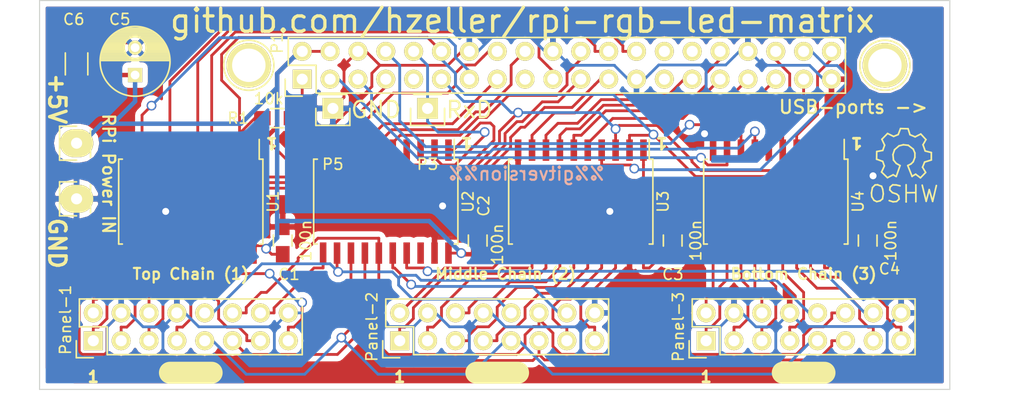
<source format=kicad_pcb>
(kicad_pcb (version 4) (host pcbnew "(2015-08-05 BZR 6054, Git 5c8efeb)-product")
  (layers (0 F.Cu signal) (31 B.Cu signal) (34 B.Paste user) (35 F.Paste user) (36 B.SilkS user) (37 F.SilkS user) (38 B.Mask user) (39 F.Mask user) (44 Edge.Cuts user))
  (net 0 "")
  (net 1 VCC)
  (net 2 GND)
  (net 3 p2_g1)
  (net 4 p2_b1)
  (net 5 strobe)
  (net 6 p2_r1)
  (net 7 p2_r2)
  (net 8 p0_r1)
  (net 9 p0_g1)
  (net 10 OE)
  (net 11 p0_b1)
  (net 12 p0_r2)
  (net 13 p0_g2)
  (net 14 row_D)
  (net 15 row_C)
  (net 16 p0_b2)
  (net 17 clock)
  (net 18 row_B)
  (net 19 row_A)
  (net 20 p1_g1)
  (net 21 p1_b1)
  (net 22 p1_r1)
  (net 23 p1_g2)
  (net 24 p1_r2)
  (net 25 p2_g2)
  (net 26 p1_b2)
  (net 27 p2_b2)
  (net 28 p0_r1_buff)
  (net 29 p0_g1_buff)
  (net 30 p0_b1_buff)
  (net 31 p0_r2_buff)
  (net 32 p0_g2_buff)
  (net 33 p0_b2_buff)
  (net 34 row_A_buff)
  (net 35 row_B_buff)
  (net 36 row_C_buff)
  (net 37 row_D_buff)
  (net 38 clock_buff_0)
  (net 39 strobe_buff_0)
  (net 40 OE_buff_0)
  (net 41 p1_r1_buff)
  (net 42 p1_g1_buff)
  (net 43 p1_b1_buff)
  (net 44 p1_r2_buff)
  (net 45 p1_g2_buf)
  (net 46 p1_b2_buff)
  (net 47 clock_buff_1)
  (net 48 strobe_buff_1)
  (net 49 OE_buff_1)
  (net 50 p2_r1_buff)
  (net 51 p2_g1_buff)
  (net 52 p2_b1_buff)
  (net 53 p2_r2_buff)
  (net 54 p2_g2_buf)
  (net 55 p2_b2_buff)
  (net 56 clock_buff_2)
  (net 57 strobe_buff_2)
  (net 58 OE_buff_2)
  (net 59 "Net-(P1-Pad1)")
  (net 60 row_E)
  (module Capacitors_SMD:C_0805_HandSoldering (layer F.Cu) (at 106.172 57.912 90)
    (fp_text reference C1 (at -3.088 0.578 180) (layer F.SilkS))
    (fp_text value 100n (at 0 2.1 90) (layer F.SilkS))
    (pad 1 smd rect (at -1.25 0 90) (size 1.5 1.25) (layers F.Cu F.Paste F.Mask) (net 1 VCC))
    (pad 2 smd rect (at 1.25 0 90) (size 1.5 1.25) (layers F.Cu F.Paste F.Mask) (net 2 GND))
  )
  (module Capacitors_SMD:C_0805_HandSoldering (layer F.Cu) (at 123.952 57.912 90)
    (fp_text reference C2 (at 3.162 0.548 90) (layer F.SilkS))
    (fp_text value 100n (at -0.338 1.798 90) (layer F.SilkS))
    (pad 1 smd rect (at -1.25 0 90) (size 1.5 1.25) (layers F.Cu F.Paste F.Mask) (net 1 VCC))
    (pad 2 smd rect (at 1.25 0 90) (size 1.5 1.25) (layers F.Cu F.Paste F.Mask) (net 2 GND))
  )
  (module Capacitors_SMD:C_0805_HandSoldering (layer F.Cu) (at 141.732 57.912 90)
    (fp_text reference C3 (at -3.088 0.018 180) (layer F.SilkS))
    (fp_text value 100n (at 0 2.1 90) (layer F.SilkS))
    (pad 1 smd rect (at -1.25 0 90) (size 1.5 1.25) (layers F.Cu F.Paste F.Mask) (net 1 VCC))
    (pad 2 smd rect (at 1.25 0 90) (size 1.5 1.25) (layers F.Cu F.Paste F.Mask) (net 2 GND))
  )
  (module Capacitors_SMD:C_0805_HandSoldering (layer F.Cu) (at 159.512 57.912 90)
    (fp_text reference C4 (at -2.588 1.988 180) (layer F.SilkS))
    (fp_text value 100n (at 0 2.1 90) (layer F.SilkS))
    (pad 1 smd rect (at -1.25 0 90) (size 1.5 1.25) (layers F.Cu F.Paste F.Mask) (net 1 VCC))
    (pad 2 smd rect (at 1.25 0 90) (size 1.5 1.25) (layers F.Cu F.Paste F.Mask) (net 2 GND))
  )
  (module Pin_Headers:Pin_Header_Straight_2x20 (layer F.Cu) (at 107.95 43.18 90)
    (fp_text reference P1 (at 3.302 -2.286 90) (layer F.SilkS))
    (fp_text value CONN_02X20 hide)
    (pad 1 thru_hole rect (at 0 0 90) (size 1.7272 1.7272) (drill 1.016) (layers *.Cu *.Mask F.SilkS) (net 59 "Net-(P1-Pad1)"))
    (pad 2 thru_hole oval (at 2.54 0 90) (size 1.7272 1.7272) (drill 1.016) (layers *.Cu *.Mask F.SilkS) (net 1 VCC))
    (pad 3 thru_hole oval (at 0 2.54 90) (size 1.7272 1.7272) (drill 1.016) (layers *.Cu *.Mask F.SilkS) (net 3 p2_g1))
    (pad 4 thru_hole oval (at 2.54 2.54 90) (size 1.7272 1.7272) (drill 1.016) (layers *.Cu *.Mask F.SilkS) (net 1 VCC))
    (pad 5 thru_hole oval (at 0 5.08 90) (size 1.7272 1.7272) (drill 1.016) (layers *.Cu *.Mask F.SilkS) (net 4 p2_b1))
    (pad 6 thru_hole oval (at 2.54 5.08 90) (size 1.7272 1.7272) (drill 1.016) (layers *.Cu *.Mask F.SilkS) (net 2 GND))
    (pad 7 thru_hole oval (at 0 7.62 90) (size 1.7272 1.7272) (drill 1.016) (layers *.Cu *.Mask F.SilkS) (net 5 strobe))
    (pad 8 thru_hole oval (at 2.54 7.62 90) (size 1.7272 1.7272) (drill 1.016) (layers *.Cu *.Mask F.SilkS) (net 6 p2_r1))
    (pad 9 thru_hole oval (at 0 10.16 90) (size 1.7272 1.7272) (drill 1.016) (layers *.Cu *.Mask F.SilkS))
    (pad 10 thru_hole oval (at 2.54 10.16 90) (size 1.7272 1.7272) (drill 1.016) (layers *.Cu *.Mask F.SilkS) (net 60 row_E))
    (pad 11 thru_hole oval (at 0 12.7 90) (size 1.7272 1.7272) (drill 1.016) (layers *.Cu *.Mask F.SilkS) (net 17 clock))
    (pad 12 thru_hole oval (at 2.54 12.7 90) (size 1.7272 1.7272) (drill 1.016) (layers *.Cu *.Mask F.SilkS) (net 10 OE))
    (pad 13 thru_hole oval (at 0 15.24 90) (size 1.7272 1.7272) (drill 1.016) (layers *.Cu *.Mask F.SilkS) (net 9 p0_g1))
    (pad 14 thru_hole oval (at 2.54 15.24 90) (size 1.7272 1.7272) (drill 1.016) (layers *.Cu *.Mask F.SilkS) (net 2 GND))
    (pad 15 thru_hole oval (at 0 17.78 90) (size 1.7272 1.7272) (drill 1.016) (layers *.Cu *.Mask F.SilkS) (net 19 row_A))
    (pad 16 thru_hole oval (at 2.54 17.78 90) (size 1.7272 1.7272) (drill 1.016) (layers *.Cu *.Mask F.SilkS) (net 18 row_B))
    (pad 17 thru_hole oval (at 0 20.32 90) (size 1.7272 1.7272) (drill 1.016) (layers *.Cu *.Mask F.SilkS))
    (pad 18 thru_hole oval (at 2.54 20.32 90) (size 1.7272 1.7272) (drill 1.016) (layers *.Cu *.Mask F.SilkS) (net 15 row_C))
    (pad 19 thru_hole oval (at 0 22.86 90) (size 1.7272 1.7272) (drill 1.016) (layers *.Cu *.Mask F.SilkS) (net 16 p0_b2))
    (pad 20 thru_hole oval (at 2.54 22.86 90) (size 1.7272 1.7272) (drill 1.016) (layers *.Cu *.Mask F.SilkS) (net 2 GND))
    (pad 21 thru_hole oval (at 0 25.4 90) (size 1.7272 1.7272) (drill 1.016) (layers *.Cu *.Mask F.SilkS) (net 13 p0_g2))
    (pad 22 thru_hole oval (at 2.54 25.4 90) (size 1.7272 1.7272) (drill 1.016) (layers *.Cu *.Mask F.SilkS) (net 14 row_D))
    (pad 23 thru_hole oval (at 0 27.94 90) (size 1.7272 1.7272) (drill 1.016) (layers *.Cu *.Mask F.SilkS) (net 8 p0_r1))
    (pad 24 thru_hole oval (at 2.54 27.94 90) (size 1.7272 1.7272) (drill 1.016) (layers *.Cu *.Mask F.SilkS) (net 12 p0_r2))
    (pad 25 thru_hole oval (at 0 30.48 90) (size 1.7272 1.7272) (drill 1.016) (layers *.Cu *.Mask F.SilkS) (net 2 GND))
    (pad 26 thru_hole oval (at 2.54 30.48 90) (size 1.7272 1.7272) (drill 1.016) (layers *.Cu *.Mask F.SilkS) (net 11 p0_b1))
    (pad 27 thru_hole oval (at 0 33.02 90) (size 1.7272 1.7272) (drill 1.016) (layers *.Cu *.Mask F.SilkS))
    (pad 28 thru_hole oval (at 2.54 33.02 90) (size 1.7272 1.7272) (drill 1.016) (layers *.Cu *.Mask F.SilkS))
    (pad 29 thru_hole oval (at 0 35.56 90) (size 1.7272 1.7272) (drill 1.016) (layers *.Cu *.Mask F.SilkS) (net 20 p1_g1))
    (pad 30 thru_hole oval (at 2.54 35.56 90) (size 1.7272 1.7272) (drill 1.016) (layers *.Cu *.Mask F.SilkS))
    (pad 31 thru_hole oval (at 0 38.1 90) (size 1.7272 1.7272) (drill 1.016) (layers *.Cu *.Mask F.SilkS) (net 21 p1_b1))
    (pad 32 thru_hole oval (at 2.54 38.1 90) (size 1.7272 1.7272) (drill 1.016) (layers *.Cu *.Mask F.SilkS) (net 22 p1_r1))
    (pad 33 thru_hole oval (at 0 40.64 90) (size 1.7272 1.7272) (drill 1.016) (layers *.Cu *.Mask F.SilkS) (net 23 p1_g2))
    (pad 34 thru_hole oval (at 2.54 40.64 90) (size 1.7272 1.7272) (drill 1.016) (layers *.Cu *.Mask F.SilkS) (net 2 GND))
    (pad 35 thru_hole oval (at 0 43.18 90) (size 1.7272 1.7272) (drill 1.016) (layers *.Cu *.Mask F.SilkS) (net 24 p1_r2))
    (pad 36 thru_hole oval (at 2.54 43.18 90) (size 1.7272 1.7272) (drill 1.016) (layers *.Cu *.Mask F.SilkS) (net 25 p2_g2))
    (pad 37 thru_hole oval (at 0 45.72 90) (size 1.7272 1.7272) (drill 1.016) (layers *.Cu *.Mask F.SilkS) (net 7 p2_r2))
    (pad 38 thru_hole oval (at 2.54 45.72 90) (size 1.7272 1.7272) (drill 1.016) (layers *.Cu *.Mask F.SilkS) (net 26 p1_b2))
    (pad 39 thru_hole oval (at 0 48.26 90) (size 1.7272 1.7272) (drill 1.016) (layers *.Cu *.Mask F.SilkS) (net 2 GND))
    (pad 40 thru_hole oval (at 2.54 48.26 90) (size 1.7272 1.7272) (drill 1.016) (layers *.Cu *.Mask F.SilkS) (net 27 p2_b2))
  )
  (module Pin_Headers:Pin_Header_Straight_2x08 (layer F.Cu) (at 88.9 67.056 90)
    (fp_text reference Panel-1 (at 1.905 -2.54 90) (layer F.SilkS))
    (fp_text value CONN_02X08 hide)
    (pad 1 thru_hole rect (at 0 0 90) (size 1.7272 1.7272) (drill 1.016) (layers *.Cu *.Mask F.SilkS) (net 28 p0_r1_buff))
    (pad 2 thru_hole oval (at 2.54 0 90) (size 1.7272 1.7272) (drill 1.016) (layers *.Cu *.Mask F.SilkS) (net 29 p0_g1_buff))
    (pad 3 thru_hole oval (at 0 2.54 90) (size 1.7272 1.7272) (drill 1.016) (layers *.Cu *.Mask F.SilkS) (net 30 p0_b1_buff))
    (pad 4 thru_hole oval (at 2.54 2.54 90) (size 1.7272 1.7272) (drill 1.016) (layers *.Cu *.Mask F.SilkS) (net 2 GND))
    (pad 5 thru_hole oval (at 0 5.08 90) (size 1.7272 1.7272) (drill 1.016) (layers *.Cu *.Mask F.SilkS) (net 31 p0_r2_buff))
    (pad 6 thru_hole oval (at 2.54 5.08 90) (size 1.7272 1.7272) (drill 1.016) (layers *.Cu *.Mask F.SilkS) (net 32 p0_g2_buff))
    (pad 7 thru_hole oval (at 0 7.62 90) (size 1.7272 1.7272) (drill 1.016) (layers *.Cu *.Mask F.SilkS) (net 33 p0_b2_buff))
    (pad 8 thru_hole oval (at 2.54 7.62 90) (size 1.7272 1.7272) (drill 1.016) (layers *.Cu *.Mask F.SilkS) (net 2 GND))
    (pad 9 thru_hole oval (at 0 10.16 90) (size 1.7272 1.7272) (drill 1.016) (layers *.Cu *.Mask F.SilkS) (net 34 row_A_buff))
    (pad 10 thru_hole oval (at 2.54 10.16 90) (size 1.7272 1.7272) (drill 1.016) (layers *.Cu *.Mask F.SilkS) (net 35 row_B_buff))
    (pad 11 thru_hole oval (at 0 12.7 90) (size 1.7272 1.7272) (drill 1.016) (layers *.Cu *.Mask F.SilkS) (net 36 row_C_buff))
    (pad 12 thru_hole oval (at 2.54 12.7 90) (size 1.7272 1.7272) (drill 1.016) (layers *.Cu *.Mask F.SilkS) (net 37 row_D_buff))
    (pad 13 thru_hole oval (at 0 15.24 90) (size 1.7272 1.7272) (drill 1.016) (layers *.Cu *.Mask F.SilkS) (net 38 clock_buff_0))
    (pad 14 thru_hole oval (at 2.54 15.24 90) (size 1.7272 1.7272) (drill 1.016) (layers *.Cu *.Mask F.SilkS) (net 39 strobe_buff_0))
    (pad 15 thru_hole oval (at 0 17.78 90) (size 1.7272 1.7272) (drill 1.016) (layers *.Cu *.Mask F.SilkS) (net 40 OE_buff_0))
    (pad 16 thru_hole oval (at 2.54 17.78 90) (size 1.7272 1.7272) (drill 1.016) (layers *.Cu *.Mask F.SilkS) (net 2 GND))
  )
  (module Pin_Headers:Pin_Header_Straight_2x08 (layer F.Cu) (at 116.84 67.056 90)
    (fp_text reference Panel-2 (at 1.27 -2.54 90) (layer F.SilkS))
    (fp_text value CONN_02X08 hide)
    (pad 1 thru_hole rect (at 0 0 90) (size 1.7272 1.7272) (drill 1.016) (layers *.Cu *.Mask F.SilkS) (net 41 p1_r1_buff))
    (pad 2 thru_hole oval (at 2.54 0 90) (size 1.7272 1.7272) (drill 1.016) (layers *.Cu *.Mask F.SilkS) (net 42 p1_g1_buff))
    (pad 3 thru_hole oval (at 0 2.54 90) (size 1.7272 1.7272) (drill 1.016) (layers *.Cu *.Mask F.SilkS) (net 43 p1_b1_buff))
    (pad 4 thru_hole oval (at 2.54 2.54 90) (size 1.7272 1.7272) (drill 1.016) (layers *.Cu *.Mask F.SilkS) (net 2 GND))
    (pad 5 thru_hole oval (at 0 5.08 90) (size 1.7272 1.7272) (drill 1.016) (layers *.Cu *.Mask F.SilkS) (net 44 p1_r2_buff))
    (pad 6 thru_hole oval (at 2.54 5.08 90) (size 1.7272 1.7272) (drill 1.016) (layers *.Cu *.Mask F.SilkS) (net 45 p1_g2_buf))
    (pad 7 thru_hole oval (at 0 7.62 90) (size 1.7272 1.7272) (drill 1.016) (layers *.Cu *.Mask F.SilkS) (net 46 p1_b2_buff))
    (pad 8 thru_hole oval (at 2.54 7.62 90) (size 1.7272 1.7272) (drill 1.016) (layers *.Cu *.Mask F.SilkS) (net 2 GND))
    (pad 9 thru_hole oval (at 0 10.16 90) (size 1.7272 1.7272) (drill 1.016) (layers *.Cu *.Mask F.SilkS) (net 34 row_A_buff))
    (pad 10 thru_hole oval (at 2.54 10.16 90) (size 1.7272 1.7272) (drill 1.016) (layers *.Cu *.Mask F.SilkS) (net 35 row_B_buff))
    (pad 11 thru_hole oval (at 0 12.7 90) (size 1.7272 1.7272) (drill 1.016) (layers *.Cu *.Mask F.SilkS) (net 36 row_C_buff))
    (pad 12 thru_hole oval (at 2.54 12.7 90) (size 1.7272 1.7272) (drill 1.016) (layers *.Cu *.Mask F.SilkS) (net 37 row_D_buff))
    (pad 13 thru_hole oval (at 0 15.24 90) (size 1.7272 1.7272) (drill 1.016) (layers *.Cu *.Mask F.SilkS) (net 47 clock_buff_1))
    (pad 14 thru_hole oval (at 2.54 15.24 90) (size 1.7272 1.7272) (drill 1.016) (layers *.Cu *.Mask F.SilkS) (net 48 strobe_buff_1))
    (pad 15 thru_hole oval (at 0 17.78 90) (size 1.7272 1.7272) (drill 1.016) (layers *.Cu *.Mask F.SilkS) (net 49 OE_buff_1))
    (pad 16 thru_hole oval (at 2.54 17.78 90) (size 1.7272 1.7272) (drill 1.016) (layers *.Cu *.Mask F.SilkS) (net 2 GND))
  )
  (module Pin_Headers:Pin_Header_Straight_2x08 (layer F.Cu) (at 144.78 67.056 90)
    (fp_text reference Panel-3 (at 1.27 -2.54 90) (layer F.SilkS))
    (fp_text value CONN_02X08 hide)
    (pad 1 thru_hole rect (at 0 0 90) (size 1.7272 1.7272) (drill 1.016) (layers *.Cu *.Mask F.SilkS) (net 50 p2_r1_buff))
    (pad 2 thru_hole oval (at 2.54 0 90) (size 1.7272 1.7272) (drill 1.016) (layers *.Cu *.Mask F.SilkS) (net 51 p2_g1_buff))
    (pad 3 thru_hole oval (at 0 2.54 90) (size 1.7272 1.7272) (drill 1.016) (layers *.Cu *.Mask F.SilkS) (net 52 p2_b1_buff))
    (pad 4 thru_hole oval (at 2.54 2.54 90) (size 1.7272 1.7272) (drill 1.016) (layers *.Cu *.Mask F.SilkS) (net 2 GND))
    (pad 5 thru_hole oval (at 0 5.08 90) (size 1.7272 1.7272) (drill 1.016) (layers *.Cu *.Mask F.SilkS) (net 53 p2_r2_buff))
    (pad 6 thru_hole oval (at 2.54 5.08 90) (size 1.7272 1.7272) (drill 1.016) (layers *.Cu *.Mask F.SilkS) (net 54 p2_g2_buf))
    (pad 7 thru_hole oval (at 0 7.62 90) (size 1.7272 1.7272) (drill 1.016) (layers *.Cu *.Mask F.SilkS) (net 55 p2_b2_buff))
    (pad 8 thru_hole oval (at 2.54 7.62 90) (size 1.7272 1.7272) (drill 1.016) (layers *.Cu *.Mask F.SilkS) (net 2 GND))
    (pad 9 thru_hole oval (at 0 10.16 90) (size 1.7272 1.7272) (drill 1.016) (layers *.Cu *.Mask F.SilkS) (net 34 row_A_buff))
    (pad 10 thru_hole oval (at 2.54 10.16 90) (size 1.7272 1.7272) (drill 1.016) (layers *.Cu *.Mask F.SilkS) (net 35 row_B_buff))
    (pad 11 thru_hole oval (at 0 12.7 90) (size 1.7272 1.7272) (drill 1.016) (layers *.Cu *.Mask F.SilkS) (net 36 row_C_buff))
    (pad 12 thru_hole oval (at 2.54 12.7 90) (size 1.7272 1.7272) (drill 1.016) (layers *.Cu *.Mask F.SilkS) (net 37 row_D_buff))
    (pad 13 thru_hole oval (at 0 15.24 90) (size 1.7272 1.7272) (drill 1.016) (layers *.Cu *.Mask F.SilkS) (net 56 clock_buff_2))
    (pad 14 thru_hole oval (at 2.54 15.24 90) (size 1.7272 1.7272) (drill 1.016) (layers *.Cu *.Mask F.SilkS) (net 57 strobe_buff_2))
    (pad 15 thru_hole oval (at 0 17.78 90) (size 1.7272 1.7272) (drill 1.016) (layers *.Cu *.Mask F.SilkS) (net 58 OE_buff_2))
    (pad 16 thru_hole oval (at 2.54 17.78 90) (size 1.7272 1.7272) (drill 1.016) (layers *.Cu *.Mask F.SilkS) (net 2 GND))
  )
  (module Connect:1pin (layer F.Cu) (at 103.08 41.91)
    (fp_text reference P20 hide)
    (fp_text value CONN_01X01 hide)
    (pad 1 thru_hole circle (at 0 0) (size 4.064 4.064) (drill 3.048) (layers *.Cu *.Mask F.SilkS))
  )
  (module Connect:1pin (layer F.Cu) (at 161.08 41.91)
    (fp_text reference P21 hide)
    (fp_text value CONN_01X01 hide)
    (pad 1 thru_hole circle (at 0 0) (size 4.064 4.064) (drill 3.048) (layers *.Cu *.Mask F.SilkS))
  )
  (module Housings_SOIC:SOIC-20_7.5x12.8mm_Pitch1.27mm (layer F.Cu) (at 97.79 54.356 270)
    (fp_text reference U1 (at 0 -7.5 270) (layer F.SilkS))
    (fp_text value 74HCT245)
    (pad 1 smd rect (at -4.7 -5.715 270) (size 1.95 0.6) (layers F.Cu F.Paste F.Mask) (net 1 VCC))
    (pad 2 smd rect (at -4.7 -4.445 270) (size 1.95 0.6) (layers F.Cu F.Paste F.Mask) (net 10 OE))
    (pad 3 smd rect (at -4.7 -3.175 270) (size 1.95 0.6) (layers F.Cu F.Paste F.Mask) (net 17 clock))
    (pad 4 smd rect (at -4.7 -1.905 270) (size 1.95 0.6) (layers F.Cu F.Paste F.Mask) (net 16 p0_b2))
    (pad 5 smd rect (at -4.7 -0.635 270) (size 1.95 0.6) (layers F.Cu F.Paste F.Mask) (net 12 p0_r2))
    (pad 6 smd rect (at -4.7 0.635 270) (size 1.95 0.6) (layers F.Cu F.Paste F.Mask) (net 13 p0_g2))
    (pad 7 smd rect (at -4.7 1.905 270) (size 1.95 0.6) (layers F.Cu F.Paste F.Mask) (net 11 p0_b1))
    (pad 8 smd rect (at -4.7 3.175 270) (size 1.95 0.6) (layers F.Cu F.Paste F.Mask) (net 8 p0_r1))
    (pad 9 smd rect (at -4.7 4.445 270) (size 1.95 0.6) (layers F.Cu F.Paste F.Mask) (net 9 p0_g1))
    (pad 10 smd rect (at -4.7 5.715 270) (size 1.95 0.6) (layers F.Cu F.Paste F.Mask) (net 2 GND))
    (pad 11 smd rect (at 4.7 5.715 270) (size 1.95 0.6) (layers F.Cu F.Paste F.Mask) (net 29 p0_g1_buff))
    (pad 12 smd rect (at 4.7 4.445 270) (size 1.95 0.6) (layers F.Cu F.Paste F.Mask) (net 28 p0_r1_buff))
    (pad 13 smd rect (at 4.7 3.175 270) (size 1.95 0.6) (layers F.Cu F.Paste F.Mask) (net 30 p0_b1_buff))
    (pad 14 smd rect (at 4.7 1.905 270) (size 1.95 0.6) (layers F.Cu F.Paste F.Mask) (net 32 p0_g2_buff))
    (pad 15 smd rect (at 4.7 0.635 270) (size 1.95 0.6) (layers F.Cu F.Paste F.Mask) (net 31 p0_r2_buff))
    (pad 16 smd rect (at 4.7 -0.635 270) (size 1.95 0.6) (layers F.Cu F.Paste F.Mask) (net 33 p0_b2_buff))
    (pad 17 smd rect (at 4.7 -1.905 270) (size 1.95 0.6) (layers F.Cu F.Paste F.Mask) (net 38 clock_buff_0))
    (pad 18 smd rect (at 4.7 -3.175 270) (size 1.95 0.6) (layers F.Cu F.Paste F.Mask) (net 40 OE_buff_0))
    (pad 19 smd rect (at 4.7 -4.445 270) (size 1.95 0.6) (layers F.Cu F.Paste F.Mask) (net 2 GND))
    (pad 20 smd rect (at 4.7 -5.715 270) (size 1.95 0.6) (layers F.Cu F.Paste F.Mask) (net 1 VCC))
  )
  (module Housings_SOIC:SOIC-20_7.5x12.8mm_Pitch1.27mm (layer F.Cu) (at 115.57 54.356 270)
    (fp_text reference U2 (at 0 -7.5 270) (layer F.SilkS))
    (fp_text value 74HCT245)
    (pad 1 smd rect (at -4.7 -5.715 270) (size 1.95 0.6) (layers F.Cu F.Paste F.Mask) (net 1 VCC))
    (pad 2 smd rect (at -4.7 -4.445 270) (size 1.95 0.6) (layers F.Cu F.Paste F.Mask) (net 60 row_E))
    (pad 3 smd rect (at -4.7 -3.175 270) (size 1.95 0.6) (layers F.Cu F.Paste F.Mask) (net 5 strobe))
    (pad 4 smd rect (at -4.7 -1.905 270) (size 1.95 0.6) (layers F.Cu F.Paste F.Mask) (net 5 strobe))
    (pad 5 smd rect (at -4.7 -0.635 270) (size 1.95 0.6) (layers F.Cu F.Paste F.Mask) (net 14 row_D))
    (pad 6 smd rect (at -4.7 0.635 270) (size 1.95 0.6) (layers F.Cu F.Paste F.Mask) (net 15 row_C))
    (pad 7 smd rect (at -4.7 1.905 270) (size 1.95 0.6) (layers F.Cu F.Paste F.Mask) (net 19 row_A))
    (pad 8 smd rect (at -4.7 3.175 270) (size 1.95 0.6) (layers F.Cu F.Paste F.Mask) (net 18 row_B))
    (pad 9 smd rect (at -4.7 4.445 270) (size 1.95 0.6) (layers F.Cu F.Paste F.Mask) (net 5 strobe))
    (pad 10 smd rect (at -4.7 5.715 270) (size 1.95 0.6) (layers F.Cu F.Paste F.Mask) (net 2 GND))
    (pad 11 smd rect (at 4.7 5.715 270) (size 1.95 0.6) (layers F.Cu F.Paste F.Mask) (net 39 strobe_buff_0))
    (pad 12 smd rect (at 4.7 4.445 270) (size 1.95 0.6) (layers F.Cu F.Paste F.Mask) (net 35 row_B_buff))
    (pad 13 smd rect (at 4.7 3.175 270) (size 1.95 0.6) (layers F.Cu F.Paste F.Mask) (net 34 row_A_buff))
    (pad 14 smd rect (at 4.7 1.905 270) (size 1.95 0.6) (layers F.Cu F.Paste F.Mask) (net 36 row_C_buff))
    (pad 15 smd rect (at 4.7 0.635 270) (size 1.95 0.6) (layers F.Cu F.Paste F.Mask) (net 37 row_D_buff))
    (pad 16 smd rect (at 4.7 -0.635 270) (size 1.95 0.6) (layers F.Cu F.Paste F.Mask) (net 48 strobe_buff_1))
    (pad 17 smd rect (at 4.7 -1.905 270) (size 1.95 0.6) (layers F.Cu F.Paste F.Mask) (net 57 strobe_buff_2))
    (pad 18 smd rect (at 4.7 -3.175 270) (size 1.95 0.6) (layers F.Cu F.Paste F.Mask))
    (pad 19 smd rect (at 4.7 -4.445 270) (size 1.95 0.6) (layers F.Cu F.Paste F.Mask) (net 2 GND))
    (pad 20 smd rect (at 4.7 -5.715 270) (size 1.95 0.6) (layers F.Cu F.Paste F.Mask) (net 1 VCC))
  )
  (module Housings_SOIC:SOIC-20_7.5x12.8mm_Pitch1.27mm (layer F.Cu) (at 133.35 54.356 270)
    (fp_text reference U3 (at 0 -7.5 270) (layer F.SilkS))
    (fp_text value 74HCT245)
    (pad 1 smd rect (at -4.7 -5.715 270) (size 1.95 0.6) (layers F.Cu F.Paste F.Mask) (net 1 VCC))
    (pad 2 smd rect (at -4.7 -4.445 270) (size 1.95 0.6) (layers F.Cu F.Paste F.Mask) (net 10 OE))
    (pad 3 smd rect (at -4.7 -3.175 270) (size 1.95 0.6) (layers F.Cu F.Paste F.Mask) (net 17 clock))
    (pad 4 smd rect (at -4.7 -1.905 270) (size 1.95 0.6) (layers F.Cu F.Paste F.Mask) (net 26 p1_b2))
    (pad 5 smd rect (at -4.7 -0.635 270) (size 1.95 0.6) (layers F.Cu F.Paste F.Mask) (net 24 p1_r2))
    (pad 6 smd rect (at -4.7 0.635 270) (size 1.95 0.6) (layers F.Cu F.Paste F.Mask) (net 23 p1_g2))
    (pad 7 smd rect (at -4.7 1.905 270) (size 1.95 0.6) (layers F.Cu F.Paste F.Mask) (net 21 p1_b1))
    (pad 8 smd rect (at -4.7 3.175 270) (size 1.95 0.6) (layers F.Cu F.Paste F.Mask) (net 22 p1_r1))
    (pad 9 smd rect (at -4.7 4.445 270) (size 1.95 0.6) (layers F.Cu F.Paste F.Mask) (net 20 p1_g1))
    (pad 10 smd rect (at -4.7 5.715 270) (size 1.95 0.6) (layers F.Cu F.Paste F.Mask) (net 2 GND))
    (pad 11 smd rect (at 4.7 5.715 270) (size 1.95 0.6) (layers F.Cu F.Paste F.Mask) (net 42 p1_g1_buff))
    (pad 12 smd rect (at 4.7 4.445 270) (size 1.95 0.6) (layers F.Cu F.Paste F.Mask) (net 41 p1_r1_buff))
    (pad 13 smd rect (at 4.7 3.175 270) (size 1.95 0.6) (layers F.Cu F.Paste F.Mask) (net 43 p1_b1_buff))
    (pad 14 smd rect (at 4.7 1.905 270) (size 1.95 0.6) (layers F.Cu F.Paste F.Mask) (net 45 p1_g2_buf))
    (pad 15 smd rect (at 4.7 0.635 270) (size 1.95 0.6) (layers F.Cu F.Paste F.Mask) (net 44 p1_r2_buff))
    (pad 16 smd rect (at 4.7 -0.635 270) (size 1.95 0.6) (layers F.Cu F.Paste F.Mask) (net 46 p1_b2_buff))
    (pad 17 smd rect (at 4.7 -1.905 270) (size 1.95 0.6) (layers F.Cu F.Paste F.Mask) (net 47 clock_buff_1))
    (pad 18 smd rect (at 4.7 -3.175 270) (size 1.95 0.6) (layers F.Cu F.Paste F.Mask) (net 49 OE_buff_1))
    (pad 19 smd rect (at 4.7 -4.445 270) (size 1.95 0.6) (layers F.Cu F.Paste F.Mask) (net 2 GND))
    (pad 20 smd rect (at 4.7 -5.715 270) (size 1.95 0.6) (layers F.Cu F.Paste F.Mask) (net 1 VCC))
  )
  (module Housings_SOIC:SOIC-20_7.5x12.8mm_Pitch1.27mm (layer F.Cu) (at 151.13 54.356 270)
    (fp_text reference U4 (at 0 -7.5 270) (layer F.SilkS))
    (fp_text value 74HCT245)
    (pad 1 smd rect (at -4.7 -5.715 270) (size 1.95 0.6) (layers F.Cu F.Paste F.Mask) (net 1 VCC))
    (pad 2 smd rect (at -4.7 -4.445 270) (size 1.95 0.6) (layers F.Cu F.Paste F.Mask) (net 10 OE))
    (pad 3 smd rect (at -4.7 -3.175 270) (size 1.95 0.6) (layers F.Cu F.Paste F.Mask) (net 17 clock))
    (pad 4 smd rect (at -4.7 -1.905 270) (size 1.95 0.6) (layers F.Cu F.Paste F.Mask) (net 27 p2_b2))
    (pad 5 smd rect (at -4.7 -0.635 270) (size 1.95 0.6) (layers F.Cu F.Paste F.Mask) (net 7 p2_r2))
    (pad 6 smd rect (at -4.7 0.635 270) (size 1.95 0.6) (layers F.Cu F.Paste F.Mask) (net 25 p2_g2))
    (pad 7 smd rect (at -4.7 1.905 270) (size 1.95 0.6) (layers F.Cu F.Paste F.Mask) (net 4 p2_b1))
    (pad 8 smd rect (at -4.7 3.175 270) (size 1.95 0.6) (layers F.Cu F.Paste F.Mask) (net 6 p2_r1))
    (pad 9 smd rect (at -4.7 4.445 270) (size 1.95 0.6) (layers F.Cu F.Paste F.Mask) (net 3 p2_g1))
    (pad 10 smd rect (at -4.7 5.715 270) (size 1.95 0.6) (layers F.Cu F.Paste F.Mask) (net 2 GND))
    (pad 11 smd rect (at 4.7 5.715 270) (size 1.95 0.6) (layers F.Cu F.Paste F.Mask) (net 51 p2_g1_buff))
    (pad 12 smd rect (at 4.7 4.445 270) (size 1.95 0.6) (layers F.Cu F.Paste F.Mask) (net 50 p2_r1_buff))
    (pad 13 smd rect (at 4.7 3.175 270) (size 1.95 0.6) (layers F.Cu F.Paste F.Mask) (net 52 p2_b1_buff))
    (pad 14 smd rect (at 4.7 1.905 270) (size 1.95 0.6) (layers F.Cu F.Paste F.Mask) (net 54 p2_g2_buf))
    (pad 15 smd rect (at 4.7 0.635 270) (size 1.95 0.6) (layers F.Cu F.Paste F.Mask) (net 53 p2_r2_buff))
    (pad 16 smd rect (at 4.7 -0.635 270) (size 1.95 0.6) (layers F.Cu F.Paste F.Mask) (net 55 p2_b2_buff))
    (pad 17 smd rect (at 4.7 -1.905 270) (size 1.95 0.6) (layers F.Cu F.Paste F.Mask) (net 56 clock_buff_2))
    (pad 18 smd rect (at 4.7 -3.175 270) (size 1.95 0.6) (layers F.Cu F.Paste F.Mask) (net 58 OE_buff_2))
    (pad 19 smd rect (at 4.7 -4.445 270) (size 1.95 0.6) (layers F.Cu F.Paste F.Mask) (net 2 GND))
    (pad 20 smd rect (at 4.7 -5.715 270) (size 1.95 0.6) (layers F.Cu F.Paste F.Mask) (net 1 VCC))
  )
  (module Resistors_SMD:R_0805_HandSoldering (layer F.Cu) (at 105.664 46.736)
    (fp_text reference R1 (at -3.556 0) (layer F.SilkS))
    (fp_text value 10k (at -0.762 -1.778) (layer F.SilkS))
    (pad 1 smd rect (at -1.35 0) (size 1.5 1.3) (layers F.Cu F.Paste F.Mask) (net 10 OE))
    (pad 2 smd rect (at 1.35 0) (size 1.5 1.3) (layers F.Cu F.Paste F.Mask) (net 59 "Net-(P1-Pad1)"))
  )
  (module Capacitors_ThroughHole:C_Radial_D6.3_L11.2_P2.5 (layer F.Cu) (at 92.71 42.799 90)
    (fp_text reference C5 (at 5.08 -1.397 180) (layer F.SilkS))
    (fp_text value 22u)
    (pad 2 thru_hole circle (at 2.5 0 90) (size 1.3 1.3) (drill 0.8) (layers *.Cu *.Mask F.SilkS) (net 2 GND))
    (pad 1 thru_hole rect (at 0 0 90) (size 1.3 1.3) (drill 0.8) (layers *.Cu *.Mask F.SilkS) (net 1 VCC))
  )
  (module Pin_Headers:Pin_Header_Straight_1x01 (layer F.Cu) (at 119.38 45.847 180)
    (fp_text reference P3 (at 0 -5.1 180) (layer F.SilkS))
    (fp_text value RxD (at -3.81 -0.127 180) (layer F.SilkS) (effects (font (size 1.5 1.5) (thickness 0.2))))
    (pad 1 thru_hole rect (at 0 0 180) (size 1.9 1.9) (drill 1.016) (layers *.Cu *.Mask F.SilkS) (net 60 row_E))
  )
  (module Capacitors_SMD:C_1206_HandSoldering (layer F.Cu) (at 87.376 41.783 90)
    (fp_text reference C6 (at 4.064 -0.254 180) (layer F.SilkS))
    (fp_text value 22u)
    (pad 1 smd rect (at -2 0 90) (size 2 1.6) (layers F.Cu F.Paste F.Mask) (net 1 VCC))
    (pad 2 smd rect (at 2 0 90) (size 2 1.6) (layers F.Cu F.Paste F.Mask) (net 2 GND))
  )
  (module Pin_Headers:Pin_Header_Straight_1x01 (layer F.Cu) (at 87.376 49.022 90)
    (fp_text reference P2 hide)
    (fp_text value +5V)
    (pad 1 thru_hole oval (at 0 0 90) (size 2.54 3.048) (drill 1.016) (layers *.Cu *.Mask F.SilkS) (net 1 VCC))
  )
  (module Pin_Headers:Pin_Header_Straight_1x01 (layer F.Cu) (at 87.376 54.102 90)
    (fp_text reference P4 hide)
    (fp_text value GND)
    (pad 1 thru_hole oval (at 0 0 90) (size 2.54 3.048) (drill 1.016) (layers *.Cu *.Mask F.SilkS) (net 2 GND))
  )
  (module Pin_Headers:Pin_Header_Straight_1x01 (layer F.Cu) (at 110.744 45.847 180)
    (fp_text reference P5 (at 0 -5.1 180) (layer F.SilkS))
    (fp_text value GND (at -3.937 -0.127 180) (layer F.SilkS) (effects (font (size 1.5 1.5) (thickness 0.2))))
    (pad 1 thru_hole rect (at 0 0 180) (size 1.9 1.9) (drill 1.016) (layers *.Cu *.Mask F.SilkS) (net 2 GND))
  )
  (module Fiducials:Fiducial_1mm_Dia_2.54mm_Outer_CopperTop (layer F.Cu) (at 164 39)
    (fp_text reference REF** hide)
    (fp_text value TopRight)
    (pad ~ smd circle (at 0 0) (size 1 1) (layers F.Cu F.Mask) (clearance 0.77))
  )
  (module Fiducials:Fiducial_1mm_Dia_2.54mm_Outer_CopperTop (layer F.Cu) (at 86 70)
    (fp_text reference REF** hide)
    (fp_text value BottomLeft)
    (pad ~ smd circle (at 0 0) (size 1 1) (layers F.Cu F.Mask) (clearance 0.77))
  )
  (module Symbols:Symbol_OSHW-Logo_SilkScreen (layer F.Cu) (at 162.814 50.165)
    (fp_text reference REF** hide)
    (fp_text value Symbol_OSHW-Logo_SilkScreen hide)
  )
  (gr_text "RPi Power IN\n" (at 90.297 51.816 270) (layer F.SilkS) (effects (font (size 1.1 1.1) (thickness 0.2))))
  (gr_text "GND\n" (at 85.598 58.166 270) (layer F.SilkS) (effects (font (size 1.5 1.5) (thickness 0.3))))
  (gr_text +5V (at 85.598 44.958 270) (layer F.SilkS) (effects (font (size 1.5 1.5) (thickness 0.3))))
  (gr_text 1 (at 144.78 70.358) (layer F.SilkS) (effects (font (size 1 1) (thickness 0.25))))
  (gr_text 1 (at 116.84 70.358) (layer F.SilkS) (effects (font (size 1 1) (thickness 0.25))))
  (gr_text 1 (at 88.9 70.358) (layer F.SilkS) (effects (font (size 1 1) (thickness 0.25))))
  (gr_text 1 (at 105.156 49.022 180) (layer F.SilkS) (effects (font (size 1 1) (thickness 0.25))))
  (gr_text 1 (at 158.496 49.022 180) (layer F.SilkS) (effects (font (size 1 1) (thickness 0.25))))
  (gr_text 1 (at 140.716 49.022 180) (layer F.SilkS) (effects (font (size 1 1) (thickness 0.25))))
  (gr_text %%gitversion%% (at 135.636 51.816) (layer B.SilkS) (effects (font (size 1.2 1.2) (thickness 0.2)) (justify left mirror)))
  (gr_text 1 (at 122.936 49.022 180) (layer F.SilkS) (effects (font (size 1 1) (thickness 0.25))))
  (gr_text github.com/hzeller/rpi-rgb-led-matrix (at 128.016 37.846) (layer F.SilkS) (effects (font (size 2.1 2.1) (thickness 0.3))))
  (gr_text "USB-ports ->" (at 165.1 45.72) (layer F.SilkS) (effects (font (size 1.2 1.2) (thickness 0.2)) (justify right)))
  (gr_line (start 151.765 69.977) (end 155.575 69.977) (angle 90) (layer F.SilkS) (width 2))
  (gr_line (start 95.885 69.977) (end 99.695 69.977) (angle 90) (layer F.SilkS) (width 2))
  (gr_line (start 123.825 69.977) (end 127.635 69.977) (angle 90) (layer F.SilkS) (width 2))
  (gr_text "Bottom Chain (3)\n" (at 153.67 60.96) (layer F.SilkS) (effects (font (size 1 1) (thickness 0.2))))
  (gr_text "Middle Chain (2)" (at 126.492 60.96) (layer F.SilkS) (effects (font (size 1 1) (thickness 0.2))))
  (gr_text "Top Chain (1)" (at 97.79 60.96) (layer F.SilkS) (effects (font (size 1 1) (thickness 0.2))))
  (gr_line (start 84 71.5) (end 84 36) (angle 90) (layer Edge.Cuts) (width 0.1))
  (gr_line (start 84 36) (end 167 36) (angle 90) (layer Edge.Cuts) (width 0.1))
  (gr_line (start 167 36) (end 167 71.5) (angle 90) (layer Edge.Cuts) (width 0.1))
  (gr_line (start 167 71.5) (end 84 71.5) (angle 90) (layer Edge.Cuts) (width 0.1))
  (segment (start 125.429971 47.500229) (end 125.429971 48.765771) (width 0.254) (layer F.Cu) (net 1))
  (segment (start 121.715258 49.656) (end 124.190759 47.180499) (width 0.254) (layer F.Cu) (net 1))
  (segment (start 107.5698 51.5618) (end 104.5845 48.5765) (width 0.254) (layer F.Cu) (net 1))
  (segment (start 122.633942 51.5618) (end 107.5698 51.5618) (width 0.254) (layer F.Cu) (net 1))
  (segment (start 125.429971 48.765771) (end 122.633942 51.5618) (width 0.254) (layer F.Cu) (net 1))
  (segment (start 125.110241 47.180499) (end 125.429971 47.500229) (width 0.254) (layer F.Cu) (net 1))
  (segment (start 121.285 49.656) (end 121.715258 49.656) (width 0.254) (layer F.Cu) (net 1))
  (segment (start 124.190759 47.180499) (end 125.110241 47.180499) (width 0.254) (layer F.Cu) (net 1))
  (segment (start 92.71 42.799) (end 88.36 42.799) (width 0.4064) (layer F.Cu) (net 1))
  (segment (start 88.36 42.799) (end 87.376 43.783) (width 0.4064) (layer F.Cu) (net 1))
  (segment (start 92.71 42.799) (end 92.71 45.212) (width 0.4064) (layer B.Cu) (net 1))
  (segment (start 90.805 47.117) (end 90.805 47.244) (width 0.4064) (layer B.Cu) (net 1))
  (segment (start 90.678 47.244) (end 90.805 47.117) (width 0.4064) (layer B.Cu) (net 1))
  (segment (start 92.71 45.212) (end 90.678 47.244) (width 0.4064) (layer B.Cu) (net 1))
  (segment (start 89.662 47.244) (end 90.805 47.244) (width 0.4064) (layer B.Cu) (net 1))
  (segment (start 90.805 47.244) (end 102.362 47.244) (width 0.4064) (layer B.Cu) (net 1))
  (segment (start 102.362 47.244) (end 105.664 43.942) (width 0.4064) (layer B.Cu) (net 1))
  (segment (start 87.376 49.022) (end 87.884 49.022) (width 0.4064) (layer B.Cu) (net 1))
  (segment (start 87.884 49.022) (end 89.662 47.244) (width 0.4064) (layer B.Cu) (net 1))
  (segment (start 139.065 51.0123) (end 139.065 54.102) (width 0.254) (layer F.Cu) (net 1))
  (segment (start 139.065 49.656) (end 139.065 51.0123) (width 0.254) (layer F.Cu) (net 1))
  (segment (start 139.065 54.102) (end 139.192 54.102) (width 0.254) (layer F.Cu) (net 1))
  (segment (start 142.7383 59.162) (end 143.022 59.162) (width 0.254) (layer F.Cu) (net 1))
  (segment (start 141.732 59.162) (end 142.7383 59.162) (width 0.254) (layer F.Cu) (net 1))
  (segment (start 143.256 58.928) (end 143.256 54.102) (width 0.254) (layer F.Cu) (net 1))
  (segment (start 143.022 59.162) (end 143.256 58.928) (width 0.254) (layer F.Cu) (net 1))
  (segment (start 156.845 51.0123) (end 156.845 53.975) (width 0.254) (layer F.Cu) (net 1))
  (segment (start 156.845 49.656) (end 156.845 51.0123) (width 0.254) (layer F.Cu) (net 1))
  (segment (start 156.845 53.975) (end 156.718 54.102) (width 0.254) (layer F.Cu) (net 1))
  (segment (start 156.845 57.6997) (end 156.845 54.229) (width 0.254) (layer F.Cu) (net 1))
  (segment (start 156.845 58.3778) (end 156.845 57.6997) (width 0.254) (layer F.Cu) (net 1))
  (segment (start 129.54 54.102) (end 139.192 54.102) (width 0.4064) (layer F.Cu) (net 1))
  (segment (start 139.192 54.102) (end 143.256 54.102) (width 0.4064) (layer F.Cu) (net 1))
  (segment (start 129.54 54.102) (end 124.48 59.162) (width 0.4064) (layer F.Cu) (net 1))
  (segment (start 143.256 54.102) (end 156.718 54.102) (width 0.4064) (layer F.Cu) (net 1))
  (segment (start 156.845 54.229) (end 156.718 54.102) (width 0.254) (layer F.Cu) (net 1))
  (segment (start 122.448 59.056) (end 122.554 59.162) (width 0.4064) (layer F.Cu) (net 1))
  (segment (start 122.554 59.162) (end 124.48 59.162) (width 0.4064) (layer F.Cu) (net 1))
  (segment (start 122.448 59.056) (end 119.526 56.134) (width 0.4064) (layer B.Cu) (net 1))
  (via (at 122.448 59.056) (size 0.889) (layers F.Cu B.Cu) (net 1))
  (segment (start 119.526 56.134) (end 105.664 56.134) (width 0.4064) (layer B.Cu) (net 1))
  (segment (start 104.6595 58.6558) (end 105.664 57.6513) (width 0.4064) (layer B.Cu) (net 1))
  (via (at 104.6595 58.6558) (size 0.889) (layers F.Cu B.Cu) (net 1))
  (segment (start 105.664 57.6513) (end 105.664 56.134) (width 0.4064) (layer B.Cu) (net 1))
  (segment (start 107.188 41.148) (end 107.442 41.148) (width 0.4064) (layer B.Cu) (net 1))
  (segment (start 105.664 43.942) (end 105.664 42.672) (width 0.4064) (layer B.Cu) (net 1))
  (segment (start 105.664 42.672) (end 107.188 41.148) (width 0.4064) (layer B.Cu) (net 1))
  (segment (start 105.664 56.134) (end 105.664 47.244) (width 0.4064) (layer B.Cu) (net 1))
  (segment (start 105.664 47.244) (end 105.664 43.942) (width 0.4064) (layer B.Cu) (net 1))
  (segment (start 107.442 41.148) (end 107.95 40.64) (width 0.4064) (layer B.Cu) (net 1))
  (segment (start 159.512 59.162) (end 158.5057 59.162) (width 0.254) (layer F.Cu) (net 1))
  (segment (start 156.845 58.3778) (end 157.7215 58.3778) (width 0.254) (layer F.Cu) (net 1))
  (segment (start 157.7215 58.3778) (end 158.5057 59.162) (width 0.254) (layer F.Cu) (net 1))
  (segment (start 156.845 59.056) (end 156.845 58.3778) (width 0.254) (layer F.Cu) (net 1))
  (segment (start 104.5845 48.5765) (end 103.505 49.656) (width 0.4064) (layer F.Cu) (net 1))
  (segment (start 107.95 40.64) (end 107.696 40.64) (width 0.4064) (layer F.Cu) (net 1))
  (segment (start 107.696 40.64) (end 105.664 42.672) (width 0.4064) (layer F.Cu) (net 1))
  (segment (start 105.664 42.672) (end 105.664 47.497) (width 0.4064) (layer F.Cu) (net 1))
  (segment (start 105.664 47.497) (end 104.5845 48.5765) (width 0.4064) (layer F.Cu) (net 1))
  (segment (start 104.6595 58.6558) (end 105.1657 59.162) (width 0.254) (layer F.Cu) (net 1))
  (segment (start 103.505 58.3778) (end 104.3815 58.3778) (width 0.254) (layer F.Cu) (net 1))
  (segment (start 104.3815 58.3778) (end 104.6595 58.6558) (width 0.254) (layer F.Cu) (net 1))
  (segment (start 106.172 59.162) (end 105.1657 59.162) (width 0.254) (layer F.Cu) (net 1))
  (segment (start 103.505 59.056) (end 103.505 58.3778) (width 0.254) (layer F.Cu) (net 1))
  (segment (start 122.448 59.056) (end 122.8397 59.056) (width 0.254) (layer F.Cu) (net 1))
  (segment (start 122.8397 59.056) (end 122.9457 59.162) (width 0.254) (layer F.Cu) (net 1))
  (segment (start 121.285 59.056) (end 122.448 59.056) (width 0.254) (layer F.Cu) (net 1))
  (segment (start 123.952 59.162) (end 122.9457 59.162) (width 0.254) (layer F.Cu) (net 1))
  (segment (start 141.732 59.162) (end 140.7257 59.162) (width 0.254) (layer F.Cu) (net 1))
  (segment (start 139.065 59.056) (end 139.065 60.4123) (width 0.254) (layer F.Cu) (net 1))
  (segment (start 139.065 60.4123) (end 139.6012 60.4123) (width 0.254) (layer F.Cu) (net 1))
  (segment (start 139.6012 60.4123) (end 140.7257 59.2878) (width 0.254) (layer F.Cu) (net 1))
  (segment (start 140.7257 59.2878) (end 140.7257 59.162) (width 0.254) (layer F.Cu) (net 1))
  (segment (start 107.95 40.64) (end 110.49 40.64) (width 0.254) (layer F.Cu) (net 1))
  (segment (start 127.635 51.0123) (end 124.9583 53.689) (width 0.254) (layer F.Cu) (net 2))
  (segment (start 124.9583 53.689) (end 124.9583 56.662) (width 0.254) (layer F.Cu) (net 2))
  (segment (start 123.952 56.662) (end 124.9583 56.662) (width 0.254) (layer F.Cu) (net 2))
  (segment (start 127.635 49.656) (end 127.635 51.0123) (width 0.254) (layer F.Cu) (net 2))
  (segment (start 113.03 40.64) (end 111.76 41.91) (width 0.254) (layer F.Cu) (net 2))
  (segment (start 111.76 41.91) (end 111.76 44.831) (width 0.254) (layer F.Cu) (net 2))
  (segment (start 111.76 44.831) (end 110.744 45.847) (width 0.254) (layer F.Cu) (net 2))
  (segment (start 87.376 39.783) (end 92.194 39.783) (width 0.4064) (layer F.Cu) (net 2))
  (segment (start 92.194 39.783) (end 92.71 40.299) (width 0.4064) (layer F.Cu) (net 2))
  (segment (start 96.52 64.516) (end 97.2491 64.516) (width 0.254) (layer B.Cu) (net 2))
  (segment (start 97.2491 64.516) (end 97.7649 65.0318) (width 0.254) (layer B.Cu) (net 2))
  (segment (start 98.5191 65.786) (end 97.7649 65.0318) (width 0.254) (layer B.Cu) (net 2))
  (segment (start 105.41 65.786) (end 98.5191 65.786) (width 0.254) (layer B.Cu) (net 2))
  (segment (start 92.1691 64.516) (end 92.6849 65.0318) (width 0.254) (layer B.Cu) (net 2))
  (segment (start 93.4391 65.786) (end 92.6849 65.0318) (width 0.254) (layer B.Cu) (net 2))
  (segment (start 93.4391 65.786) (end 95.25 65.786) (width 0.254) (layer B.Cu) (net 2))
  (segment (start 92.1691 64.516) (end 91.44 64.516) (width 0.254) (layer B.Cu) (net 2))
  (segment (start 148.0491 64.516) (end 148.5649 65.0318) (width 0.254) (layer B.Cu) (net 2))
  (segment (start 149.3191 65.786) (end 148.5649 65.0318) (width 0.254) (layer B.Cu) (net 2))
  (segment (start 149.3191 65.786) (end 151.13 65.786) (width 0.254) (layer B.Cu) (net 2))
  (segment (start 148.0491 64.516) (end 147.32 64.516) (width 0.254) (layer B.Cu) (net 2))
  (segment (start 120.63355 65.04045) (end 120.1091 64.516) (width 0.254) (layer B.Cu) (net 2))
  (segment (start 120.1091 64.516) (end 119.38 64.516) (width 0.254) (layer B.Cu) (net 2))
  (segment (start 125.1891 64.516) (end 125.7049 65.0318) (width 0.254) (layer B.Cu) (net 2))
  (segment (start 126.4591 65.786) (end 125.7049 65.0318) (width 0.254) (layer B.Cu) (net 2))
  (segment (start 126.4591 65.786) (end 133.35 65.786) (width 0.254) (layer B.Cu) (net 2))
  (segment (start 125.1891 64.516) (end 124.46 64.516) (width 0.254) (layer B.Cu) (net 2))
  (segment (start 147.812 40.64) (end 147.3451 41.1069) (width 0.254) (layer B.Cu) (net 2))
  (segment (start 147.3451 41.1069) (end 146.5671 41.8849) (width 0.254) (layer B.Cu) (net 2))
  (segment (start 146.5671 41.8849) (end 144.78 41.8849) (width 0.254) (layer B.Cu) (net 2))
  (segment (start 147.812 40.64) (end 148.59 40.64) (width 0.254) (layer B.Cu) (net 2))
  (segment (start 129.55645 40.11555) (end 130.0809 40.64) (width 0.254) (layer B.Cu) (net 2))
  (segment (start 130.0809 40.64) (end 130.81 40.64) (width 0.254) (layer B.Cu) (net 2))
  (segment (start 154.95645 42.65555) (end 155.4809 43.18) (width 0.254) (layer B.Cu) (net 2))
  (segment (start 155.4809 43.18) (end 156.21 43.18) (width 0.254) (layer B.Cu) (net 2))
  (segment (start 139.1591 43.18) (end 139.6749 42.6642) (width 0.254) (layer B.Cu) (net 2))
  (segment (start 140.4542 41.8849) (end 144.78 41.8849) (width 0.254) (layer B.Cu) (net 2))
  (segment (start 140.4542 41.8849) (end 139.6749 42.6642) (width 0.254) (layer B.Cu) (net 2))
  (segment (start 139.1591 43.18) (end 138.43 43.18) (width 0.254) (layer B.Cu) (net 2))
  (segment (start 136.398 41.91) (end 137.668 43.18) (width 0.254) (layer B.Cu) (net 2))
  (segment (start 137.668 43.18) (end 138.43 43.18) (width 0.254) (layer B.Cu) (net 2))
  (segment (start 123.9681 40.64) (end 124.4349 40.1732) (width 0.254) (layer B.Cu) (net 2))
  (segment (start 128.8159 39.375) (end 129.55645 40.11555) (width 0.254) (layer B.Cu) (net 2))
  (segment (start 129.55645 40.11555) (end 129.5651 40.1242) (width 0.254) (layer B.Cu) (net 2))
  (segment (start 125.2331 39.375) (end 128.8159 39.375) (width 0.254) (layer B.Cu) (net 2))
  (segment (start 124.4349 40.1732) (end 125.2331 39.375) (width 0.254) (layer B.Cu) (net 2))
  (segment (start 123.9681 40.64) (end 123.19 40.64) (width 0.254) (layer B.Cu) (net 2))
  (segment (start 123.19 40.64) (end 122.4997 40.64) (width 0.254) (layer F.Cu) (net 2))
  (segment (start 122.4997 40.64) (end 121.9451 41.1946) (width 0.254) (layer F.Cu) (net 2))
  (segment (start 121.9451 41.1946) (end 121.2297 41.91) (width 0.254) (layer F.Cu) (net 2))
  (segment (start 121.2297 41.91) (end 115.0291 41.91) (width 0.254) (layer F.Cu) (net 2))
  (segment (start 113.7591 40.64) (end 114.2749 41.1558) (width 0.254) (layer F.Cu) (net 2))
  (segment (start 114.2749 41.1558) (end 115.0291 41.91) (width 0.254) (layer F.Cu) (net 2))
  (segment (start 113.7591 40.64) (end 113.03 40.64) (width 0.254) (layer F.Cu) (net 2))
  (segment (start 137.795 59.056) (end 137.795 60.4123) (width 0.254) (layer F.Cu) (net 2))
  (segment (start 134.62 64.516) (end 134.62 63.2711) (width 0.254) (layer F.Cu) (net 2))
  (segment (start 134.62 63.2711) (end 137.4788 60.4123) (width 0.254) (layer F.Cu) (net 2))
  (segment (start 137.4788 60.4123) (end 137.795 60.4123) (width 0.254) (layer F.Cu) (net 2))
  (segment (start 95.25 65.786) (end 95.25 69.596) (width 0.254) (layer B.Cu) (net 2))
  (segment (start 96.52 64.516) (end 95.25 65.786) (width 0.254) (layer B.Cu) (net 2))
  (segment (start 159.512 56.662) (end 160.5183 56.662) (width 0.254) (layer F.Cu) (net 2))
  (segment (start 160.5183 56.662) (end 160.5183 60.1721) (width 0.254) (layer F.Cu) (net 2))
  (segment (start 160.5183 60.1721) (end 160.2781 60.4123) (width 0.254) (layer F.Cu) (net 2))
  (segment (start 156.21 44.4249) (end 159.512 47.7269) (width 0.254) (layer F.Cu) (net 2))
  (segment (start 159.512 52) (end 159.512 56.662) (width 0.254) (layer F.Cu) (net 2))
  (segment (start 159.512 47.7269) (end 159.512 52) (width 0.254) (layer F.Cu) (net 2))
  (segment (start 160.2781 60.4123) (end 155.575 60.4123) (width 0.254) (layer F.Cu) (net 2))
  (segment (start 162.56 63.2711) (end 160.2781 60.9892) (width 0.254) (layer F.Cu) (net 2))
  (segment (start 160.2781 60.9892) (end 160.2781 60.4123) (width 0.254) (layer F.Cu) (net 2))
  (segment (start 162.56 64.516) (end 162.56 63.2711) (width 0.254) (layer F.Cu) (net 2))
  (segment (start 155.575 59.056) (end 155.575 60.4123) (width 0.254) (layer F.Cu) (net 2))
  (segment (start 161.315 65.761) (end 153.645 65.761) (width 0.254) (layer B.Cu) (net 2))
  (segment (start 153.645 65.761) (end 152.4 64.516) (width 0.254) (layer B.Cu) (net 2))
  (segment (start 161.315 65.761) (end 161.29 65.786) (width 0.254) (layer B.Cu) (net 2))
  (segment (start 161.29 65.786) (end 161.29 69.596) (width 0.254) (layer B.Cu) (net 2))
  (segment (start 162.56 64.516) (end 161.315 65.761) (width 0.254) (layer B.Cu) (net 2))
  (segment (start 144.6344 48.16) (end 144.7741 48.2997) (width 0.254) (layer F.Cu) (net 2))
  (segment (start 144.7741 48.2997) (end 145.415 48.2997) (width 0.254) (layer F.Cu) (net 2))
  (segment (start 144.78 41.8849) (end 144.78 48.0144) (width 0.254) (layer B.Cu) (net 2))
  (segment (start 144.78 48.0144) (end 144.6344 48.16) (width 0.254) (layer B.Cu) (net 2))
  (segment (start 145.415 49.656) (end 145.415 48.2997) (width 0.254) (layer F.Cu) (net 2))
  (via (at 144.6344 48.16) (size 0.889) (layers F.Cu B.Cu) (net 2))
  (segment (start 156.21 43.18) (end 156.21 44.4249) (width 0.254) (layer F.Cu) (net 2))
  (segment (start 106.172 56.662) (end 103.2727 56.662) (width 0.254) (layer F.Cu) (net 2))
  (segment (start 103.2727 56.662) (end 102.235 57.6997) (width 0.254) (layer F.Cu) (net 2))
  (segment (start 120.015 57.6997) (end 118.9773 56.662) (width 0.254) (layer F.Cu) (net 2))
  (segment (start 118.9773 56.662) (end 106.172 56.662) (width 0.254) (layer F.Cu) (net 2))
  (segment (start 92.075 57.1913) (end 101.7266 57.1913) (width 0.254) (layer F.Cu) (net 2))
  (segment (start 101.7266 57.1913) (end 102.235 57.6997) (width 0.254) (layer F.Cu) (net 2))
  (segment (start 91.44 64.516) (end 90.145 65.811) (width 0.254) (layer F.Cu) (net 2))
  (segment (start 90.145 65.811) (end 90.145 68.0879) (width 0.254) (layer F.Cu) (net 2))
  (segment (start 90.145 68.0879) (end 89.9319 68.301) (width 0.254) (layer F.Cu) (net 2))
  (segment (start 89.9319 68.301) (end 87.8684 68.301) (width 0.254) (layer F.Cu) (net 2))
  (segment (start 87.8684 68.301) (end 87.6211 68.0537) (width 0.254) (layer F.Cu) (net 2))
  (segment (start 87.6211 68.0537) (end 87.6211 61.6452) (width 0.254) (layer F.Cu) (net 2))
  (segment (start 87.6211 61.6452) (end 92.075 57.1913) (width 0.254) (layer F.Cu) (net 2))
  (segment (start 92.075 54.5) (end 92.075 51.0123) (width 0.254) (layer F.Cu) (net 2))
  (segment (start 92.075 57.1913) (end 92.075 54.5) (width 0.254) (layer F.Cu) (net 2))
  (segment (start 102.235 59.056) (end 102.235 57.6997) (width 0.254) (layer F.Cu) (net 2))
  (segment (start 109.855 48.2997) (end 114.3 43.8547) (width 0.254) (layer F.Cu) (net 2))
  (segment (start 109.855 49.656) (end 109.855 48.2997) (width 0.254) (layer F.Cu) (net 2))
  (segment (start 114.3 42.6391) (end 115.0291 41.91) (width 0.254) (layer F.Cu) (net 2))
  (segment (start 114.3 43.8547) (end 114.3 42.6391) (width 0.254) (layer F.Cu) (net 2))
  (segment (start 92.075 49.656) (end 92.075 51.0123) (width 0.254) (layer F.Cu) (net 2))
  (segment (start 137.795 58.5049) (end 137.795 59.056) (width 0.254) (layer F.Cu) (net 2))
  (segment (start 137.795 58.5049) (end 137.795 57.6997) (width 0.254) (layer F.Cu) (net 2))
  (segment (start 141.732 56.662) (end 140.7257 56.662) (width 0.254) (layer F.Cu) (net 2))
  (segment (start 137.795 57.6997) (end 139.688 57.6997) (width 0.254) (layer F.Cu) (net 2))
  (segment (start 139.81885 57.56885) (end 140.7257 56.662) (width 0.254) (layer F.Cu) (net 2))
  (segment (start 139.688 57.6997) (end 139.81885 57.56885) (width 0.254) (layer F.Cu) (net 2))
  (segment (start 123.952 56.662) (end 122.9457 56.662) (width 0.254) (layer F.Cu) (net 2))
  (segment (start 120.015 59.056) (end 120.015 57.6997) (width 0.254) (layer F.Cu) (net 2))
  (segment (start 120.015 57.6997) (end 121.908 57.6997) (width 0.254) (layer F.Cu) (net 2))
  (segment (start 122.67885 56.92885) (end 122.9457 56.662) (width 0.254) (layer F.Cu) (net 2))
  (segment (start 121.908 57.6997) (end 122.67885 56.92885) (width 0.254) (layer F.Cu) (net 2))
  (segment (start 148.6535 40.5765) (end 149.987 41.91) (width 0.254) (layer B.Cu) (net 2))
  (segment (start 149.987 41.91) (end 154.2109 41.91) (width 0.254) (layer B.Cu) (net 2))
  (segment (start 154.2109 41.91) (end 154.95645 42.65555) (width 0.254) (layer B.Cu) (net 2))
  (segment (start 154.95645 42.65555) (end 154.9651 42.6642) (width 0.254) (layer B.Cu) (net 2))
  (segment (start 105.41 65.786) (end 105.41 69.342) (width 0.254) (layer B.Cu) (net 2))
  (segment (start 106.68 64.516) (end 105.41 65.786) (width 0.254) (layer B.Cu) (net 2))
  (segment (start 106.68 64.516) (end 107.9249 64.516) (width 0.254) (layer B.Cu) (net 2))
  (segment (start 118.135 65.761) (end 109.1699 65.761) (width 0.254) (layer B.Cu) (net 2))
  (segment (start 109.1699 65.761) (end 107.9249 64.516) (width 0.254) (layer B.Cu) (net 2))
  (segment (start 118.135 65.761) (end 118.11 65.786) (width 0.254) (layer B.Cu) (net 2))
  (segment (start 118.11 65.786) (end 118.11 69.342) (width 0.254) (layer B.Cu) (net 2))
  (segment (start 119.38 64.516) (end 118.135 65.761) (width 0.254) (layer B.Cu) (net 2))
  (segment (start 123.19 65.786) (end 121.3791 65.786) (width 0.254) (layer B.Cu) (net 2))
  (segment (start 121.3791 65.786) (end 120.63355 65.04045) (width 0.254) (layer B.Cu) (net 2))
  (segment (start 120.63355 65.04045) (end 120.6249 65.0318) (width 0.254) (layer B.Cu) (net 2))
  (segment (start 123.19 65.786) (end 123.19 69.342) (width 0.254) (layer B.Cu) (net 2))
  (segment (start 124.46 64.516) (end 123.19 65.786) (width 0.254) (layer B.Cu) (net 2))
  (segment (start 133.35 65.786) (end 133.35 69.342) (width 0.254) (layer B.Cu) (net 2))
  (segment (start 134.62 64.516) (end 133.35 65.786) (width 0.254) (layer B.Cu) (net 2))
  (segment (start 134.62 64.516) (end 135.8649 64.516) (width 0.254) (layer B.Cu) (net 2))
  (segment (start 146.075 65.761) (end 137.1099 65.761) (width 0.254) (layer B.Cu) (net 2))
  (segment (start 137.1099 65.761) (end 135.8649 64.516) (width 0.254) (layer B.Cu) (net 2))
  (segment (start 146.075 65.761) (end 146.05 65.786) (width 0.254) (layer B.Cu) (net 2))
  (segment (start 146.05 65.786) (end 146.05 69.342) (width 0.254) (layer B.Cu) (net 2))
  (segment (start 147.32 64.516) (end 146.075 65.761) (width 0.254) (layer B.Cu) (net 2))
  (segment (start 151.13 65.786) (end 151.13 69.342) (width 0.254) (layer B.Cu) (net 2))
  (segment (start 152.4 64.516) (end 151.13 65.786) (width 0.254) (layer B.Cu) (net 2))
  (segment (start 130.937 40.513) (end 132.334 41.91) (width 0.254) (layer B.Cu) (net 2))
  (segment (start 132.334 41.91) (end 136.398 41.91) (width 0.254) (layer B.Cu) (net 2))
  (segment (start 136.398 41.91) (end 136.4309 41.91) (width 0.254) (layer B.Cu) (net 2))
  (segment (start 130.937 40.513) (end 131.064 40.386) (width 0.254) (layer B.Cu) (net 2))
  (segment (start 130.81 40.64) (end 130.937 40.513) (width 0.254) (layer B.Cu) (net 2))
  (segment (start 148.6535 40.5765) (end 148.717 40.513) (width 0.254) (layer B.Cu) (net 2))
  (segment (start 148.59 40.64) (end 148.6535 40.5765) (width 0.254) (layer B.Cu) (net 2))
  (segment (start 91.44 64.516) (end 90.17 65.786) (width 0.254) (layer B.Cu) (net 2))
  (segment (start 90.17 65.786) (end 90.17 69.596) (width 0.254) (layer B.Cu) (net 2))
  (segment (start 138.31885 57.56885) (end 136 55.25) (width 0.4064) (layer F.Cu) (net 2))
  (via (at 136 55.25) (size 0.889) (layers F.Cu B.Cu) (net 2))
  (segment (start 139.81885 57.56885) (end 138.31885 57.56885) (width 0.4064) (layer F.Cu) (net 2))
  (segment (start 94.75 54.5) (end 95.5 55.25) (width 0.4064) (layer F.Cu) (net 2))
  (via (at 95.5 55.25) (size 0.889) (layers F.Cu B.Cu) (net 2))
  (segment (start 92.075 54.5) (end 94.75 54.5) (width 0.4064) (layer F.Cu) (net 2))
  (segment (start 122.67885 56.67885) (end 120.75 54.75) (width 0.4064) (layer F.Cu) (net 2))
  (via (at 120.75 54.75) (size 0.889) (layers F.Cu B.Cu) (net 2))
  (segment (start 122.67885 56.92885) (end 122.67885 56.67885) (width 0.4064) (layer F.Cu) (net 2))
  (via (at 160 52) (size 0.889) (layers F.Cu B.Cu) (net 2))
  (segment (start 159.512 52) (end 160 52) (width 0.254) (layer F.Cu) (net 2))
  (segment (start 111.76805 43.67995) (end 118.443621 50.355521) (width 0.254) (layer B.Cu) (net 3))
  (segment (start 125.15491 50.3507) (end 143.681383 50.3507) (width 0.254) (layer B.Cu) (net 3))
  (segment (start 118.443621 50.355521) (end 125.150089 50.355521) (width 0.254) (layer B.Cu) (net 3))
  (segment (start 143.681383 50.3507) (end 144.31 50.3507) (width 0.254) (layer B.Cu) (net 3))
  (segment (start 125.150089 50.355521) (end 125.15491 50.3507) (width 0.254) (layer B.Cu) (net 3))
  (segment (start 111.76805 43.67995) (end 111.2681 43.18) (width 0.254) (layer B.Cu) (net 3))
  (segment (start 111.2681 43.18) (end 110.49 43.18) (width 0.254) (layer B.Cu) (net 3))
  (segment (start 144.31 50.3507) (end 144.31 50.3996) (width 0.254) (layer F.Cu) (net 3))
  (segment (start 144.31 50.3996) (end 144.9227 51.0123) (width 0.254) (layer F.Cu) (net 3))
  (segment (start 144.9227 51.0123) (end 146.685 51.0123) (width 0.254) (layer F.Cu) (net 3))
  (segment (start 111.7349 43.6468) (end 111.76805 43.67995) (width 0.254) (layer B.Cu) (net 3))
  (segment (start 146.685 49.656) (end 146.685 51.0123) (width 0.254) (layer F.Cu) (net 3))
  (via (at 144.31 50.3507) (size 0.889) (layers F.Cu B.Cu) (net 3))
  (segment (start 125.066665 49.847511) (end 118.745011 49.847511) (width 0.254) (layer B.Cu) (net 4))
  (segment (start 143.968 49.4761) (end 143.8768 49.5673) (width 0.254) (layer B.Cu) (net 4))
  (segment (start 143.8768 49.5673) (end 125.346876 49.5673) (width 0.254) (layer B.Cu) (net 4))
  (segment (start 114.2749 45.3774) (end 114.2749 44.4249) (width 0.254) (layer B.Cu) (net 4))
  (segment (start 113.893599 44.043599) (end 113.03 43.18) (width 0.254) (layer B.Cu) (net 4))
  (segment (start 114.2749 44.4249) (end 113.893599 44.043599) (width 0.254) (layer B.Cu) (net 4))
  (segment (start 147.6999 49.4761) (end 143.968 49.4761) (width 0.254) (layer B.Cu) (net 4))
  (segment (start 149.225 47.951) (end 147.6999 49.4761) (width 0.254) (layer B.Cu) (net 4))
  (segment (start 118.745011 49.847511) (end 114.2749 45.3774) (width 0.254) (layer B.Cu) (net 4))
  (segment (start 125.346876 49.5673) (end 125.066665 49.847511) (width 0.254) (layer B.Cu) (net 4))
  (segment (start 149.225 49.656) (end 149.225 47.951) (width 0.254) (layer F.Cu) (net 4))
  (via (at 149.225 47.951) (size 0.889) (layers F.Cu B.Cu) (net 4))
  (segment (start 114.95485 44.46985) (end 115.57 43.8547) (width 0.254) (layer F.Cu) (net 5))
  (segment (start 115.57 43.8547) (end 115.57 43.18) (width 0.254) (layer F.Cu) (net 5))
  (segment (start 117.475 51.0123) (end 111.125 51.0123) (width 0.254) (layer F.Cu) (net 5))
  (segment (start 111.125 49.656) (end 111.125 48.2997) (width 0.254) (layer F.Cu) (net 5))
  (segment (start 114.9998 44.4249) (end 114.95485 44.46985) (width 0.254) (layer F.Cu) (net 5))
  (segment (start 114.95485 44.46985) (end 111.125 48.2997) (width 0.254) (layer F.Cu) (net 5))
  (segment (start 118.745 49.656) (end 118.745 51.0123) (width 0.254) (layer F.Cu) (net 5))
  (segment (start 117.475 49.656) (end 117.475 51.0123) (width 0.254) (layer F.Cu) (net 5))
  (segment (start 117.475 51.0123) (end 118.745 51.0123) (width 0.254) (layer F.Cu) (net 5))
  (segment (start 111.125 49.656) (end 111.125 51.0123) (width 0.254) (layer F.Cu) (net 5))
  (segment (start 124.856241 49.339501) (end 125.136842 49.0589) (width 0.254) (layer B.Cu) (net 6))
  (segment (start 142.825901 47.776599) (end 143.2704 47.3321) (width 0.254) (layer B.Cu) (net 6))
  (segment (start 116.84 41.91) (end 116.84 46.99) (width 0.254) (layer B.Cu) (net 6))
  (segment (start 141.5436 49.0589) (end 142.825901 47.776599) (width 0.254) (layer B.Cu) (net 6))
  (segment (start 119.189501 49.339501) (end 124.856241 49.339501) (width 0.254) (layer B.Cu) (net 6))
  (segment (start 115.57 40.64) (end 116.84 41.91) (width 0.254) (layer B.Cu) (net 6))
  (segment (start 116.84 46.99) (end 119.189501 49.339501) (width 0.254) (layer B.Cu) (net 6))
  (segment (start 125.136842 49.0589) (end 141.5436 49.0589) (width 0.254) (layer B.Cu) (net 6))
  (segment (start 147.955 48.2997) (end 146.9874 47.3321) (width 0.254) (layer F.Cu) (net 6))
  (segment (start 146.9874 47.3321) (end 143.2704 47.3321) (width 0.254) (layer F.Cu) (net 6))
  (segment (start 147.955 49.656) (end 147.955 48.2997) (width 0.254) (layer F.Cu) (net 6))
  (via (at 143.2704 47.3321) (size 0.889) (layers F.Cu B.Cu) (net 6))
  (segment (start 151.765 48.2997) (end 153.67 46.3947) (width 0.254) (layer F.Cu) (net 7))
  (segment (start 153.67 46.3947) (end 153.67 44.4249) (width 0.254) (layer F.Cu) (net 7))
  (segment (start 153.67 43.18) (end 153.67 44.4249) (width 0.254) (layer F.Cu) (net 7))
  (segment (start 151.765 49.656) (end 151.765 48.2997) (width 0.254) (layer F.Cu) (net 7))
  (segment (start 128.241666 47.56151) (end 130.045076 45.7581) (width 0.254) (layer F.Cu) (net 8))
  (segment (start 126.953999 48.495001) (end 127.887489 47.561511) (width 0.254) (layer F.Cu) (net 8))
  (segment (start 130.045076 45.7581) (end 132.5577 45.7581) (width 0.254) (layer F.Cu) (net 8))
  (segment (start 123.221844 53.1292) (end 126.953999 49.397045) (width 0.254) (layer F.Cu) (net 8))
  (segment (start 94.615 49.656) (end 94.615 50.331) (width 0.254) (layer F.Cu) (net 8))
  (segment (start 94.615 50.331) (end 97.4132 53.1292) (width 0.254) (layer F.Cu) (net 8))
  (segment (start 97.4132 53.1292) (end 123.221844 53.1292) (width 0.254) (layer F.Cu) (net 8))
  (segment (start 132.5577 45.7581) (end 134.6239 43.6919) (width 0.254) (layer F.Cu) (net 8))
  (segment (start 127.887489 47.561511) (end 128.241666 47.56151) (width 0.254) (layer F.Cu) (net 8))
  (segment (start 126.953999 49.397045) (end 126.953999 48.495001) (width 0.254) (layer F.Cu) (net 8))
  (segment (start 134.6239 43.6919) (end 135.1358 43.18) (width 0.254) (layer F.Cu) (net 8))
  (segment (start 135.1358 43.18) (end 135.89 43.18) (width 0.254) (layer F.Cu) (net 8))
  (segment (start 134.6239 43.6919) (end 134.6451 43.6707) (width 0.254) (layer F.Cu) (net 8))
  (segment (start 123.19 42.4509) (end 122.6742 41.9351) (width 0.254) (layer B.Cu) (net 9))
  (via (at 94.208 45.5943) (size 0.889) (layers F.Cu B.Cu) (net 9))
  (segment (start 93.345 46.4573) (end 94.208 45.5943) (width 0.254) (layer F.Cu) (net 9))
  (segment (start 93.345 46.4573) (end 93.345 49.656) (width 0.254) (layer F.Cu) (net 9))
  (segment (start 121.9198 41.1807) (end 122.6742 41.9351) (width 0.254) (layer B.Cu) (net 9))
  (segment (start 121.9198 40.1453) (end 121.9198 41.1807) (width 0.254) (layer B.Cu) (net 9))
  (segment (start 121.1695 39.395) (end 121.9198 40.1453) (width 0.254) (layer B.Cu) (net 9))
  (segment (start 100.4073 39.395) (end 121.1695 39.395) (width 0.254) (layer B.Cu) (net 9))
  (segment (start 94.208 45.5943) (end 100.4073 39.395) (width 0.254) (layer B.Cu) (net 9))
  (segment (start 123.19 42.4509) (end 123.19 43.18) (width 0.254) (layer B.Cu) (net 9))
  (segment (start 121.23795 41.95705) (end 120.65 41.3691) (width 0.254) (layer B.Cu) (net 10))
  (segment (start 120.65 41.3691) (end 120.65 40.64) (width 0.254) (layer B.Cu) (net 10))
  (segment (start 118.6075 39.3756) (end 119.3856 39.3756) (width 0.254) (layer F.Cu) (net 10))
  (segment (start 102.235 49.656) (end 102.235 44.912) (width 0.254) (layer F.Cu) (net 10))
  (segment (start 100.603 43.28) (end 102.235 44.912) (width 0.254) (layer F.Cu) (net 10))
  (segment (start 100.603 40.9164) (end 100.603 43.28) (width 0.254) (layer F.Cu) (net 10))
  (segment (start 102.1438 39.3756) (end 100.603 40.9164) (width 0.254) (layer F.Cu) (net 10))
  (segment (start 118.6075 39.3756) (end 102.1438 39.3756) (width 0.254) (layer F.Cu) (net 10))
  (segment (start 119.3856 39.3756) (end 120.65 40.64) (width 0.254) (layer F.Cu) (net 10))
  (segment (start 120.15005 40.14005) (end 120.65 40.64) (width 0.254) (layer F.Cu) (net 10))
  (segment (start 104.314 46.736) (end 103.632 46.736) (width 0.254) (layer F.Cu) (net 10))
  (segment (start 103.632 46.736) (end 102.235 48.133) (width 0.254) (layer F.Cu) (net 10))
  (segment (start 102.235 48.133) (end 102.235 49.656) (width 0.254) (layer F.Cu) (net 10))
  (via (at 139.9739 48.2325) (size 0.889) (layers F.Cu B.Cu) (net 10))
  (segment (start 136.3189 44.5775) (end 139.9739 48.2325) (width 0.254) (layer B.Cu) (net 10))
  (segment (start 122.7889 44.5775) (end 136.3189 44.5775) (width 0.254) (layer B.Cu) (net 10))
  (segment (start 121.92 43.7086) (end 122.7889 44.5775) (width 0.254) (layer B.Cu) (net 10))
  (segment (start 121.92 42.6391) (end 121.92 43.7086) (width 0.254) (layer B.Cu) (net 10))
  (segment (start 121.1658 41.8849) (end 121.23795 41.95705) (width 0.254) (layer B.Cu) (net 10))
  (segment (start 121.23795 41.95705) (end 121.92 42.6391) (width 0.254) (layer B.Cu) (net 10))
  (segment (start 139.9739 48.2325) (end 143.8021 52.0607) (width 0.254) (layer F.Cu) (net 10))
  (segment (start 143.8021 52.0607) (end 154.5266 52.0607) (width 0.254) (layer F.Cu) (net 10))
  (segment (start 154.5266 52.0607) (end 155.575 51.0123) (width 0.254) (layer F.Cu) (net 10))
  (segment (start 155.575 49.656) (end 155.575 51.0123) (width 0.254) (layer F.Cu) (net 10))
  (segment (start 137.795 48.2997) (end 139.9067 48.2997) (width 0.254) (layer F.Cu) (net 10))
  (segment (start 139.9067 48.2997) (end 139.9739 48.2325) (width 0.254) (layer F.Cu) (net 10))
  (segment (start 137.795 49.656) (end 137.795 48.2997) (width 0.254) (layer F.Cu) (net 10))
  (segment (start 137.1851 40.64) (end 137.1851 40.1242) (width 0.254) (layer F.Cu) (net 11))
  (segment (start 137.1851 40.1242) (end 134.9112 37.8503) (width 0.254) (layer F.Cu) (net 11))
  (segment (start 134.9112 37.8503) (end 101.4178 37.8503) (width 0.254) (layer F.Cu) (net 11))
  (segment (start 101.4178 37.8503) (end 95.885 43.3831) (width 0.254) (layer F.Cu) (net 11))
  (segment (start 95.885 43.3831) (end 95.885 49.656) (width 0.254) (layer F.Cu) (net 11))
  (segment (start 138.43 40.64) (end 137.1851 40.64) (width 0.254) (layer F.Cu) (net 11))
  (segment (start 134.6451 40.64) (end 134.6451 40.1242) (width 0.254) (layer F.Cu) (net 12))
  (segment (start 134.6451 40.1242) (end 132.8797 38.3588) (width 0.254) (layer F.Cu) (net 12))
  (segment (start 132.8797 38.3588) (end 101.6403 38.3588) (width 0.254) (layer F.Cu) (net 12))
  (segment (start 101.6403 38.3588) (end 98.425 41.5741) (width 0.254) (layer F.Cu) (net 12))
  (segment (start 98.425 41.5741) (end 98.425 48.2997) (width 0.254) (layer F.Cu) (net 12))
  (segment (start 135.89 40.64) (end 134.6451 40.64) (width 0.254) (layer F.Cu) (net 12))
  (segment (start 98.425 49.656) (end 98.425 48.2997) (width 0.254) (layer F.Cu) (net 12))
  (segment (start 128.031241 47.053501) (end 129.835042 45.2497) (width 0.254) (layer F.Cu) (net 13))
  (segment (start 97.155 50.331) (end 99.4448 52.6208) (width 0.254) (layer F.Cu) (net 13))
  (segment (start 123.01181 52.6208) (end 126.445989 49.186621) (width 0.254) (layer F.Cu) (net 13))
  (segment (start 126.445989 48.135445) (end 127.527933 47.053501) (width 0.254) (layer F.Cu) (net 13))
  (segment (start 131.2803 45.2497) (end 132.486401 44.043599) (width 0.254) (layer F.Cu) (net 13))
  (segment (start 126.445989 49.186621) (end 126.445989 48.135445) (width 0.254) (layer F.Cu) (net 13))
  (segment (start 132.486401 44.043599) (end 133.35 43.18) (width 0.254) (layer F.Cu) (net 13))
  (segment (start 129.835042 45.2497) (end 131.2803 45.2497) (width 0.254) (layer F.Cu) (net 13))
  (segment (start 99.4448 52.6208) (end 123.01181 52.6208) (width 0.254) (layer F.Cu) (net 13))
  (segment (start 97.155 49.656) (end 97.155 50.331) (width 0.254) (layer F.Cu) (net 13))
  (segment (start 127.527933 47.053501) (end 128.031241 47.053501) (width 0.254) (layer F.Cu) (net 13))
  (segment (start 126.7587 44.6611) (end 124.747311 46.672489) (width 0.254) (layer F.Cu) (net 14))
  (segment (start 116.8863 48.2997) (end 116.205 48.981) (width 0.254) (layer F.Cu) (net 14))
  (segment (start 132.82555 41.89355) (end 132.0978 42.6213) (width 0.254) (layer F.Cu) (net 14))
  (segment (start 131.1398 44.6611) (end 126.7587 44.6611) (width 0.254) (layer F.Cu) (net 14))
  (segment (start 122.353124 48.2997) (end 116.8863 48.2997) (width 0.254) (layer F.Cu) (net 14))
  (segment (start 132.0978 43.7031) (end 131.1398 44.6611) (width 0.254) (layer F.Cu) (net 14))
  (segment (start 123.980335 46.672489) (end 122.353124 48.2997) (width 0.254) (layer F.Cu) (net 14))
  (segment (start 132.0978 42.6213) (end 132.0978 43.7031) (width 0.254) (layer F.Cu) (net 14))
  (segment (start 124.747311 46.672489) (end 123.980335 46.672489) (width 0.254) (layer F.Cu) (net 14))
  (segment (start 116.205 48.981) (end 116.205 49.656) (width 0.254) (layer F.Cu) (net 14))
  (segment (start 132.82555 41.89355) (end 133.35 41.3691) (width 0.254) (layer F.Cu) (net 14))
  (segment (start 133.35 41.3691) (end 133.35 40.64) (width 0.254) (layer F.Cu) (net 14))
  (segment (start 132.8342 41.8849) (end 132.82555 41.89355) (width 0.254) (layer F.Cu) (net 14))
  (segment (start 123.76991 46.16448) (end 122.14299 47.7914) (width 0.254) (layer F.Cu) (net 15))
  (segment (start 114.935 48.981) (end 114.935 49.656) (width 0.254) (layer F.Cu) (net 15))
  (segment (start 122.14299 47.7914) (end 116.1246 47.7914) (width 0.254) (layer F.Cu) (net 15))
  (segment (start 127 43.6705) (end 124.506021 46.164479) (width 0.254) (layer F.Cu) (net 15))
  (segment (start 116.1246 47.7914) (end 114.935 48.981) (width 0.254) (layer F.Cu) (net 15))
  (segment (start 127 41.91) (end 127 43.6705) (width 0.254) (layer F.Cu) (net 15))
  (segment (start 128.27 40.64) (end 127 41.91) (width 0.254) (layer F.Cu) (net 15))
  (segment (start 124.506021 46.164479) (end 123.76991 46.16448) (width 0.254) (layer F.Cu) (net 15))
  (segment (start 130.81 42.4509) (end 130.2942 41.9351) (width 0.254) (layer F.Cu) (net 16))
  (segment (start 99.695 41.0231) (end 99.695 49.656) (width 0.254) (layer F.Cu) (net 16))
  (segment (start 101.8509 38.8672) (end 99.695 41.0231) (width 0.254) (layer F.Cu) (net 16))
  (segment (start 128.3036 38.8672) (end 101.8509 38.8672) (width 0.254) (layer F.Cu) (net 16))
  (segment (start 129.54 40.1036) (end 128.3036 38.8672) (width 0.254) (layer F.Cu) (net 16))
  (segment (start 129.54 41.1809) (end 129.54 40.1036) (width 0.254) (layer F.Cu) (net 16))
  (segment (start 130.28555 41.92645) (end 129.54 41.1809) (width 0.254) (layer F.Cu) (net 16))
  (segment (start 130.2942 41.9351) (end 130.28555 41.92645) (width 0.254) (layer F.Cu) (net 16))
  (segment (start 130.81 42.4509) (end 130.81 43.18) (width 0.254) (layer F.Cu) (net 16))
  (segment (start 130.81 42.4509) (end 130.81 43.18) (width 0.254) (layer F.Cu) (net 16))
  (segment (start 127.190501 46.672499) (end 127.635 46.228) (width 0.254) (layer F.Cu) (net 17))
  (segment (start 100.965 50.331) (end 102.7453 52.1113) (width 0.254) (layer F.Cu) (net 17))
  (segment (start 102.7453 52.1113) (end 122.802876 52.1113) (width 0.254) (layer F.Cu) (net 17))
  (segment (start 122.802876 52.1113) (end 125.93798 48.976196) (width 0.254) (layer F.Cu) (net 17))
  (segment (start 125.93798 48.976196) (end 125.93798 47.92502) (width 0.254) (layer F.Cu) (net 17))
  (segment (start 100.965 49.656) (end 100.965 50.331) (width 0.254) (layer F.Cu) (net 17))
  (segment (start 125.93798 47.92502) (end 127.190501 46.672499) (width 0.254) (layer F.Cu) (net 17))
  (segment (start 125.990383 45.212) (end 122.682 45.212) (width 0.254) (layer B.Cu) (net 17))
  (segment (start 122.682 45.212) (end 120.65 43.18) (width 0.254) (layer B.Cu) (net 17))
  (segment (start 127.635 46.228) (end 127.006383 46.228) (width 0.254) (layer B.Cu) (net 17))
  (segment (start 127.006383 46.228) (end 125.990383 45.212) (width 0.254) (layer B.Cu) (net 17))
  (segment (start 127.635 46.228) (end 135.0283 46.228) (width 0.254) (layer B.Cu) (net 17))
  (segment (start 135.0283 46.228) (end 136.525 47.7247) (width 0.254) (layer B.Cu) (net 17))
  (via (at 127.635 46.228) (size 0.889) (drill 0.635) (layers F.Cu B.Cu) (net 17))
  (segment (start 121.285 43.815) (end 120.65 43.18) (width 0.254) (layer B.Cu) (net 17))
  (segment (start 136.525 47.7247) (end 136.8447 47.405) (width 0.254) (layer F.Cu) (net 17))
  (segment (start 136.8447 47.405) (end 140.3166 47.405) (width 0.254) (layer F.Cu) (net 17))
  (segment (start 140.3166 47.405) (end 143.4842 50.5726) (width 0.254) (layer F.Cu) (net 17))
  (segment (start 143.4842 50.5726) (end 143.4842 50.7073) (width 0.254) (layer F.Cu) (net 17))
  (segment (start 143.4842 50.7073) (end 144.2975 51.5206) (width 0.254) (layer F.Cu) (net 17))
  (segment (start 144.2975 51.5206) (end 153.7967 51.5206) (width 0.254) (layer F.Cu) (net 17))
  (segment (start 153.7967 51.5206) (end 154.305 51.0123) (width 0.254) (layer F.Cu) (net 17))
  (segment (start 136.525 48.2997) (end 136.525 47.7247) (width 0.254) (layer F.Cu) (net 17))
  (segment (start 154.305 49.656) (end 154.305 51.0123) (width 0.254) (layer F.Cu) (net 17))
  (segment (start 136.525 49.656) (end 136.525 48.2997) (width 0.254) (layer F.Cu) (net 17))
  (via (at 136.525 47.7247) (size 0.889) (layers F.Cu B.Cu) (net 17))
  (segment (start 124.452 41.14) (end 124.952 40.64) (width 0.254) (layer F.Cu) (net 18))
  (segment (start 124.952 40.64) (end 125.73 40.64) (width 0.254) (layer F.Cu) (net 18))
  (segment (start 116.263334 44.45) (end 121.2213 44.45) (width 0.254) (layer F.Cu) (net 18))
  (segment (start 121.2213 44.45) (end 121.92 43.7513) (width 0.254) (layer F.Cu) (net 18))
  (segment (start 114.6227 46.072) (end 114.641334 46.072) (width 0.254) (layer F.Cu) (net 18))
  (segment (start 114.641334 46.072) (end 116.263334 44.45) (width 0.254) (layer F.Cu) (net 18))
  (segment (start 124.4851 41.1069) (end 124.452 41.14) (width 0.254) (layer F.Cu) (net 18))
  (segment (start 124.452 41.14) (end 123.7071 41.8849) (width 0.254) (layer F.Cu) (net 18))
  (segment (start 123.7071 41.8849) (end 122.6637 41.8849) (width 0.254) (layer F.Cu) (net 18))
  (segment (start 122.6637 41.8849) (end 121.92 42.6286) (width 0.254) (layer F.Cu) (net 18))
  (segment (start 121.92 42.6286) (end 121.92 43.7513) (width 0.254) (layer F.Cu) (net 18))
  (segment (start 114.6227 46.072) (end 112.395 48.2997) (width 0.254) (layer F.Cu) (net 18))
  (segment (start 112.395 49.656) (end 112.395 48.2997) (width 0.254) (layer F.Cu) (net 18))
  (segment (start 121.666 47.244) (end 124.866401 44.043599) (width 0.254) (layer F.Cu) (net 19))
  (segment (start 113.665 48.981) (end 115.402 47.244) (width 0.254) (layer F.Cu) (net 19))
  (segment (start 124.866401 44.043599) (end 125.73 43.18) (width 0.254) (layer F.Cu) (net 19))
  (segment (start 113.665 49.656) (end 113.665 48.981) (width 0.254) (layer F.Cu) (net 19))
  (segment (start 115.402 47.244) (end 121.666 47.244) (width 0.254) (layer F.Cu) (net 19))
  (segment (start 142.7809 43.18) (end 141.4222 44.5387) (width 0.254) (layer F.Cu) (net 20))
  (segment (start 128.905 48.2997) (end 128.905 49.656) (width 0.254) (layer F.Cu) (net 20))
  (segment (start 134.5212 44.5387) (end 141.4222 44.5387) (width 0.254) (layer F.Cu) (net 20))
  (segment (start 132.7934 46.2665) (end 134.5212 44.5387) (width 0.254) (layer F.Cu) (net 20))
  (segment (start 130.9382 46.2665) (end 132.7934 46.2665) (width 0.254) (layer F.Cu) (net 20))
  (segment (start 128.905 48.2997) (end 130.9382 46.2665) (width 0.254) (layer F.Cu) (net 20))
  (segment (start 142.7809 43.18) (end 143.51 43.18) (width 0.254) (layer F.Cu) (net 20))
  (segment (start 131.445 48.2997) (end 132.0277 47.717) (width 0.254) (layer F.Cu) (net 21))
  (segment (start 132.0277 47.717) (end 133.2553 47.717) (width 0.254) (layer F.Cu) (net 21))
  (segment (start 133.2553 47.717) (end 135.4169 45.5554) (width 0.254) (layer F.Cu) (net 21))
  (segment (start 135.4169 45.5554) (end 142.4323 45.5554) (width 0.254) (layer F.Cu) (net 21))
  (segment (start 142.4323 45.5554) (end 142.7505 45.2372) (width 0.254) (layer F.Cu) (net 21))
  (segment (start 142.7505 45.2372) (end 143.9928 45.2372) (width 0.254) (layer F.Cu) (net 21))
  (segment (start 143.9928 45.2372) (end 146.05 43.18) (width 0.254) (layer F.Cu) (net 21))
  (segment (start 131.445 49.656) (end 131.445 48.2997) (width 0.254) (layer F.Cu) (net 21))
  (segment (start 146.05 41.3691) (end 145.5342 41.8849) (width 0.254) (layer F.Cu) (net 22))
  (segment (start 130.175 48.2997) (end 130.175 49.656) (width 0.254) (layer F.Cu) (net 22))
  (segment (start 144.78 42.6391) (end 145.5342 41.8849) (width 0.254) (layer F.Cu) (net 22))
  (segment (start 144.78 43.709) (end 144.78 42.6391) (width 0.254) (layer F.Cu) (net 22))
  (segment (start 143.7601 44.7289) (end 144.78 43.709) (width 0.254) (layer F.Cu) (net 22))
  (segment (start 142.54 44.7289) (end 143.7601 44.7289) (width 0.254) (layer F.Cu) (net 22))
  (segment (start 142.2218 45.0471) (end 142.54 44.7289) (width 0.254) (layer F.Cu) (net 22))
  (segment (start 135.2064 45.0471) (end 142.2218 45.0471) (width 0.254) (layer F.Cu) (net 22))
  (segment (start 133.0448 47.2087) (end 135.2064 45.0471) (width 0.254) (layer F.Cu) (net 22))
  (segment (start 131.266 47.2087) (end 133.0448 47.2087) (width 0.254) (layer F.Cu) (net 22))
  (segment (start 130.175 48.2997) (end 131.266 47.2087) (width 0.254) (layer F.Cu) (net 22))
  (segment (start 146.05 41.3691) (end 146.05 40.64) (width 0.254) (layer F.Cu) (net 22))
  (segment (start 145.2526 45.7455) (end 146.0245 45.7455) (width 0.254) (layer F.Cu) (net 23))
  (segment (start 145.2526 45.7455) (end 142.961 45.7455) (width 0.254) (layer F.Cu) (net 23))
  (segment (start 142.961 45.7455) (end 142.6428 46.0637) (width 0.254) (layer F.Cu) (net 23))
  (segment (start 142.6428 46.0637) (end 135.6274 46.0637) (width 0.254) (layer F.Cu) (net 23))
  (segment (start 135.6274 46.0637) (end 133.3914 48.2997) (width 0.254) (layer F.Cu) (net 23))
  (segment (start 133.3914 48.2997) (end 132.715 48.2997) (width 0.254) (layer F.Cu) (net 23))
  (segment (start 132.715 49.656) (end 132.715 48.2997) (width 0.254) (layer F.Cu) (net 23))
  (segment (start 146.0245 45.7455) (end 148.59 43.18) (width 0.254) (layer F.Cu) (net 23))
  (segment (start 147.32 46.2538) (end 148.0562 46.2538) (width 0.254) (layer F.Cu) (net 24))
  (segment (start 148.0562 46.2538) (end 151.13 43.18) (width 0.254) (layer F.Cu) (net 24))
  (segment (start 136.2634 46.7621) (end 133.985 49.0405) (width 0.254) (layer F.Cu) (net 24))
  (segment (start 142.6632 46.7621) (end 136.2634 46.7621) (width 0.254) (layer F.Cu) (net 24))
  (segment (start 143.1715 46.2538) (end 142.6632 46.7621) (width 0.254) (layer F.Cu) (net 24))
  (segment (start 147.3271 46.2538) (end 147.32 46.2538) (width 0.254) (layer F.Cu) (net 24))
  (segment (start 147.32 46.2538) (end 143.1715 46.2538) (width 0.254) (layer F.Cu) (net 24))
  (segment (start 133.985 49.0405) (end 133.985 49.656) (width 0.254) (layer F.Cu) (net 24))
  (segment (start 151.62995 41.91805) (end 151.13 41.4181) (width 0.254) (layer F.Cu) (net 25))
  (segment (start 151.13 41.4181) (end 151.13 40.64) (width 0.254) (layer F.Cu) (net 25))
  (segment (start 151.5968 41.8849) (end 151.62995 41.91805) (width 0.254) (layer F.Cu) (net 25))
  (segment (start 151.62995 41.91805) (end 152.4 42.6881) (width 0.254) (layer F.Cu) (net 25))
  (segment (start 152.4 42.6881) (end 152.4 45.7449) (width 0.254) (layer F.Cu) (net 25))
  (segment (start 152.4 45.7449) (end 150.495 47.6499) (width 0.254) (layer F.Cu) (net 25))
  (segment (start 150.495 47.6499) (end 150.495 49.656) (width 0.254) (layer F.Cu) (net 25))
  (segment (start 153.67 40.64) (end 154.3991 40.64) (width 0.254) (layer B.Cu) (net 26))
  (segment (start 154.3991 40.64) (end 154.9149 41.1558) (width 0.254) (layer B.Cu) (net 26))
  (segment (start 138.2306 51.3407) (end 138.3317 51.4418) (width 0.254) (layer B.Cu) (net 26))
  (segment (start 138.3317 51.4418) (end 149.7275 51.4418) (width 0.254) (layer B.Cu) (net 26))
  (segment (start 149.7275 51.4418) (end 157.5074 43.6619) (width 0.254) (layer B.Cu) (net 26))
  (segment (start 157.5074 43.6619) (end 157.5074 42.7063) (width 0.254) (layer B.Cu) (net 26))
  (segment (start 157.5074 42.7063) (end 156.7361 41.935) (width 0.254) (layer B.Cu) (net 26))
  (segment (start 156.7361 41.935) (end 155.6941 41.935) (width 0.254) (layer B.Cu) (net 26))
  (segment (start 155.6941 41.935) (end 154.9149 41.1558) (width 0.254) (layer B.Cu) (net 26))
  (segment (start 135.255 51.0123) (end 137.9022 51.0123) (width 0.254) (layer F.Cu) (net 26))
  (segment (start 137.9022 51.0123) (end 138.2306 51.3407) (width 0.254) (layer F.Cu) (net 26))
  (segment (start 135.255 49.656) (end 135.255 51.0123) (width 0.254) (layer F.Cu) (net 26))
  (via (at 138.2306 51.3407) (size 0.889) (layers F.Cu B.Cu) (net 26))
  (segment (start 155.68555 41.89355) (end 156.21 41.3691) (width 0.254) (layer F.Cu) (net 27))
  (segment (start 156.21 41.3691) (end 156.21 40.64) (width 0.254) (layer F.Cu) (net 27))
  (segment (start 155.6942 41.8849) (end 155.68555 41.89355) (width 0.254) (layer F.Cu) (net 27))
  (segment (start 155.68555 41.89355) (end 154.9401 42.639) (width 0.254) (layer F.Cu) (net 27))
  (segment (start 154.9401 42.639) (end 154.9401 46.3946) (width 0.254) (layer F.Cu) (net 27))
  (segment (start 154.9401 46.3946) (end 153.035 48.2997) (width 0.254) (layer F.Cu) (net 27))
  (segment (start 153.035 49.656) (end 153.035 48.2997) (width 0.254) (layer F.Cu) (net 27))
  (segment (start 88.9 67.056) (end 88.9 65.8111) (width 0.254) (layer F.Cu) (net 28))
  (segment (start 93.345 59.056) (end 93.345 60.4123) (width 0.254) (layer F.Cu) (net 28))
  (segment (start 93.345 60.4123) (end 90.1449 63.6124) (width 0.254) (layer F.Cu) (net 28))
  (segment (start 90.1449 63.6124) (end 90.1449 65.0331) (width 0.254) (layer F.Cu) (net 28))
  (segment (start 90.1449 65.0331) (end 89.3669 65.8111) (width 0.254) (layer F.Cu) (net 28))
  (segment (start 89.3669 65.8111) (end 88.9 65.8111) (width 0.254) (layer F.Cu) (net 28))
  (segment (start 88.9 64.516) (end 88.9 63.2711) (width 0.254) (layer F.Cu) (net 29))
  (segment (start 92.075 59.056) (end 92.075 60.4123) (width 0.254) (layer F.Cu) (net 29))
  (segment (start 92.075 60.4123) (end 89.2162 63.2711) (width 0.254) (layer F.Cu) (net 29))
  (segment (start 89.2162 63.2711) (end 88.9 63.2711) (width 0.254) (layer F.Cu) (net 29))
  (segment (start 91.44 67.056) (end 91.44 65.8111) (width 0.254) (layer F.Cu) (net 30))
  (segment (start 94.615 59.056) (end 94.615 60.4123) (width 0.254) (layer F.Cu) (net 30))
  (segment (start 94.615 60.4123) (end 92.71 62.3173) (width 0.254) (layer F.Cu) (net 30))
  (segment (start 92.71 62.3173) (end 92.71 65.0569) (width 0.254) (layer F.Cu) (net 30))
  (segment (start 92.71 65.0569) (end 91.9558 65.8111) (width 0.254) (layer F.Cu) (net 30))
  (segment (start 91.9558 65.8111) (end 91.44 65.8111) (width 0.254) (layer F.Cu) (net 30))
  (segment (start 93.98 65.8111) (end 94.4958 65.8111) (width 0.254) (layer F.Cu) (net 31))
  (segment (start 94.4958 65.8111) (end 95.25 65.0569) (width 0.254) (layer F.Cu) (net 31))
  (segment (start 95.25 65.0569) (end 95.25 62.3173) (width 0.254) (layer F.Cu) (net 31))
  (segment (start 95.25 62.3173) (end 97.155 60.4123) (width 0.254) (layer F.Cu) (net 31))
  (segment (start 93.98 67.056) (end 93.98 65.8111) (width 0.254) (layer F.Cu) (net 31))
  (segment (start 97.155 59.056) (end 97.155 60.4123) (width 0.254) (layer F.Cu) (net 31))
  (segment (start 95.885 59.056) (end 95.885 60.6235) (width 0.254) (layer F.Cu) (net 32))
  (segment (start 95.885 60.6235) (end 93.98 62.5285) (width 0.254) (layer F.Cu) (net 32))
  (segment (start 93.98 62.5285) (end 93.98 64.516) (width 0.254) (layer F.Cu) (net 32))
  (segment (start 96.52 67.056) (end 96.52 65.8111) (width 0.254) (layer F.Cu) (net 33))
  (segment (start 98.425 59.056) (end 98.425 61.461) (width 0.254) (layer F.Cu) (net 33))
  (segment (start 98.425 61.461) (end 97.79 62.096) (width 0.254) (layer F.Cu) (net 33))
  (segment (start 97.79 62.096) (end 97.79 65.0569) (width 0.254) (layer F.Cu) (net 33))
  (segment (start 97.79 65.0569) (end 97.0358 65.8111) (width 0.254) (layer F.Cu) (net 33))
  (segment (start 97.0358 65.8111) (end 96.52 65.8111) (width 0.254) (layer F.Cu) (net 33))
  (segment (start 100.37705 67.64395) (end 99.7891 67.056) (width 0.254) (layer B.Cu) (net 34))
  (segment (start 99.7891 67.056) (end 99.06 67.056) (width 0.254) (layer B.Cu) (net 34))
  (segment (start 154.3954 67.056) (end 153.6951 67.7563) (width 0.254) (layer B.Cu) (net 34))
  (segment (start 130.7775 70.1044) (end 128.25355 67.58045) (width 0.254) (layer B.Cu) (net 34))
  (segment (start 151.347 70.1044) (end 130.7775 70.1044) (width 0.254) (layer B.Cu) (net 34))
  (segment (start 153.6951 67.7563) (end 151.347 70.1044) (width 0.254) (layer B.Cu) (net 34))
  (segment (start 154.3954 67.056) (end 154.94 67.056) (width 0.254) (layer B.Cu) (net 34))
  (segment (start 128.25355 67.58045) (end 127.7291 67.056) (width 0.254) (layer B.Cu) (net 34))
  (segment (start 127.7291 67.056) (end 127 67.056) (width 0.254) (layer B.Cu) (net 34))
  (segment (start 127 67.056) (end 126.4532 67.056) (width 0.254) (layer B.Cu) (net 34))
  (segment (start 126.4532 67.056) (end 125.7551 67.7541) (width 0.254) (layer B.Cu) (net 34))
  (segment (start 123.3938 70.1154) (end 125.7551 67.7541) (width 0.254) (layer B.Cu) (net 34))
  (segment (start 114.861 70.1154) (end 123.3938 70.1154) (width 0.254) (layer B.Cu) (net 34))
  (segment (start 111.52 66.7744) (end 114.861 70.1154) (width 0.254) (layer B.Cu) (net 34))
  (segment (start 112.395 59.056) (end 112.395 65.8994) (width 0.254) (layer F.Cu) (net 34))
  (segment (start 112.395 65.8994) (end 111.52 66.7744) (width 0.254) (layer F.Cu) (net 34))
  (segment (start 128.25355 67.58045) (end 128.2449 67.5718) (width 0.254) (layer B.Cu) (net 34))
  (segment (start 111.52 66.7744) (end 108.1767 70.1177) (width 0.254) (layer B.Cu) (net 34))
  (segment (start 108.1767 70.1177) (end 102.8508 70.1177) (width 0.254) (layer B.Cu) (net 34))
  (segment (start 102.8508 70.1177) (end 100.37705 67.64395) (width 0.254) (layer B.Cu) (net 34))
  (segment (start 100.37705 67.64395) (end 100.3049 67.5718) (width 0.254) (layer B.Cu) (net 34))
  (via (at 111.52 66.7744) (size 0.889) (layers F.Cu B.Cu) (net 34))
  (segment (start 100.31355 63.99155) (end 99.7891 64.516) (width 0.254) (layer B.Cu) (net 35))
  (segment (start 99.7891 64.516) (end 99.06 64.516) (width 0.254) (layer B.Cu) (net 35))
  (segment (start 154.1619 64.516) (end 153.6951 64.0492) (width 0.254) (layer B.Cu) (net 35))
  (segment (start 116.9926 61.0842) (end 116.7401 61.3367) (width 0.254) (layer B.Cu) (net 35))
  (segment (start 118.3256 61.0842) (end 116.9926 61.0842) (width 0.254) (layer B.Cu) (net 35))
  (segment (start 118.7804 61.539) (end 118.3256 61.0842) (width 0.254) (layer B.Cu) (net 35))
  (segment (start 151.1849 61.539) (end 118.7804 61.539) (width 0.254) (layer B.Cu) (net 35))
  (segment (start 153.6951 64.0492) (end 151.1849 61.539) (width 0.254) (layer B.Cu) (net 35))
  (segment (start 154.1619 64.516) (end 154.94 64.516) (width 0.254) (layer B.Cu) (net 35))
  (segment (start 116.7401 61.3367) (end 116.7401 61.9857) (width 0.254) (layer B.Cu) (net 35))
  (segment (start 125.7462 63.2622) (end 127 64.516) (width 0.254) (layer B.Cu) (net 35))
  (segment (start 118.0166 63.2622) (end 125.7462 63.2622) (width 0.254) (layer B.Cu) (net 35))
  (segment (start 116.7401 61.9857) (end 118.0166 63.2622) (width 0.254) (layer B.Cu) (net 35))
  (segment (start 116.7401 61.3367) (end 116.1712 60.7678) (width 0.254) (layer B.Cu) (net 35))
  (segment (start 116.1712 60.7678) (end 111.221 60.7678) (width 0.254) (layer B.Cu) (net 35))
  (segment (start 111.125 59.056) (end 111.125 60.4123) (width 0.254) (layer F.Cu) (net 35))
  (segment (start 111.125 60.4123) (end 111.221 60.5083) (width 0.254) (layer F.Cu) (net 35))
  (segment (start 111.221 60.5083) (end 111.221 60.7678) (width 0.254) (layer F.Cu) (net 35))
  (segment (start 111.221 60.7678) (end 110.4891 60.0359) (width 0.254) (layer B.Cu) (net 35))
  (segment (start 110.4891 60.0359) (end 104.2692 60.0359) (width 0.254) (layer B.Cu) (net 35))
  (segment (start 104.2692 60.0359) (end 100.31355 63.99155) (width 0.254) (layer B.Cu) (net 35))
  (segment (start 100.31355 63.99155) (end 100.3049 64.0002) (width 0.254) (layer B.Cu) (net 35))
  (via (at 111.221 60.7678) (size 0.889) (layers F.Cu B.Cu) (net 35))
  (segment (start 129.54 68.3009) (end 130.0483 68.8092) (width 0.254) (layer F.Cu) (net 36))
  (segment (start 130.0483 68.8092) (end 154.9487 68.8092) (width 0.254) (layer F.Cu) (net 36))
  (segment (start 154.9487 68.8092) (end 156.2351 67.5228) (width 0.254) (layer F.Cu) (net 36))
  (segment (start 156.2351 67.5228) (end 156.2351 67.056) (width 0.254) (layer F.Cu) (net 36))
  (segment (start 113.1145 66.3506) (end 111.157 68.3081) (width 0.254) (layer F.Cu) (net 36))
  (segment (start 111.157 68.3081) (end 102.8521 68.3081) (width 0.254) (layer F.Cu) (net 36))
  (segment (start 102.8521 68.3081) (end 101.6 67.056) (width 0.254) (layer F.Cu) (net 36))
  (segment (start 113.665 59.056) (end 113.665 65.8001) (width 0.254) (layer F.Cu) (net 36))
  (segment (start 113.665 65.8001) (end 113.1145 66.3506) (width 0.254) (layer F.Cu) (net 36))
  (segment (start 129.54 68.3009) (end 128.9808 68.8601) (width 0.254) (layer F.Cu) (net 36))
  (segment (start 128.9808 68.8601) (end 115.624 68.8601) (width 0.254) (layer F.Cu) (net 36))
  (segment (start 115.624 68.8601) (end 113.1145 66.3506) (width 0.254) (layer F.Cu) (net 36))
  (segment (start 157.48 67.056) (end 156.2351 67.056) (width 0.254) (layer F.Cu) (net 36))
  (segment (start 129.54 67.056) (end 129.54 68.3009) (width 0.254) (layer F.Cu) (net 36))
  (segment (start 101.6 64.516) (end 102.8449 64.516) (width 0.254) (layer F.Cu) (net 37))
  (segment (start 114.935 59.056) (end 114.935 57.6997) (width 0.254) (layer F.Cu) (net 37))
  (segment (start 114.935 57.6997) (end 109.3798 57.6997) (width 0.254) (layer F.Cu) (net 37))
  (segment (start 109.3798 57.6997) (end 107.5795 59.5) (width 0.254) (layer F.Cu) (net 37))
  (segment (start 107.5795 59.5) (end 107.5795 59.7619) (width 0.254) (layer F.Cu) (net 37))
  (segment (start 107.5795 59.7619) (end 104.6965 62.6449) (width 0.254) (layer F.Cu) (net 37))
  (segment (start 104.6965 62.6449) (end 104.2002 62.6449) (width 0.254) (layer F.Cu) (net 37))
  (segment (start 104.2002 62.6449) (end 102.8449 64.0002) (width 0.254) (layer F.Cu) (net 37))
  (segment (start 102.8449 64.0002) (end 102.8449 64.516) (width 0.254) (layer F.Cu) (net 37))
  (segment (start 129.54 65.7609) (end 129.0242 65.7609) (width 0.254) (layer F.Cu) (net 37))
  (segment (start 129.0242 65.7609) (end 128.27 66.5151) (width 0.254) (layer F.Cu) (net 37))
  (segment (start 128.27 66.5151) (end 128.27 67.5493) (width 0.254) (layer F.Cu) (net 37))
  (segment (start 128.27 67.5493) (end 127.5123 68.307) (width 0.254) (layer F.Cu) (net 37))
  (segment (start 127.5123 68.307) (end 115.7938 68.307) (width 0.254) (layer F.Cu) (net 37))
  (segment (start 115.7938 68.307) (end 114.935 67.4482) (width 0.254) (layer F.Cu) (net 37))
  (segment (start 114.935 67.4482) (end 114.935 59.056) (width 0.254) (layer F.Cu) (net 37))
  (segment (start 157.48 64.516) (end 156.2351 64.516) (width 0.254) (layer F.Cu) (net 37))
  (segment (start 129.54 65.0855) (end 130.81 66.3555) (width 0.254) (layer F.Cu) (net 37))
  (segment (start 130.81 66.3555) (end 130.81 67.5714) (width 0.254) (layer F.Cu) (net 37))
  (segment (start 130.81 67.5714) (end 131.5395 68.3009) (width 0.254) (layer F.Cu) (net 37))
  (segment (start 131.5395 68.3009) (end 153.0051 68.3009) (width 0.254) (layer F.Cu) (net 37))
  (segment (start 153.0051 68.3009) (end 153.67 67.636) (width 0.254) (layer F.Cu) (net 37))
  (segment (start 153.67 67.636) (end 153.67 66.5638) (width 0.254) (layer F.Cu) (net 37))
  (segment (start 153.67 66.5638) (end 154.4478 65.786) (width 0.254) (layer F.Cu) (net 37))
  (segment (start 154.4478 65.786) (end 155.4809 65.786) (width 0.254) (layer F.Cu) (net 37))
  (segment (start 155.4809 65.786) (end 156.2351 65.0318) (width 0.254) (layer F.Cu) (net 37))
  (segment (start 156.2351 65.0318) (end 156.2351 64.516) (width 0.254) (layer F.Cu) (net 37))
  (segment (start 129.54 65.0855) (end 129.54 65.7609) (width 0.254) (layer F.Cu) (net 37))
  (segment (start 129.54 64.516) (end 129.54 65.0855) (width 0.254) (layer F.Cu) (net 37))
  (segment (start 104.14 67.056) (end 102.8951 67.056) (width 0.254) (layer F.Cu) (net 38))
  (segment (start 99.695 59.056) (end 99.695 62.8109) (width 0.254) (layer F.Cu) (net 38))
  (segment (start 99.695 62.8109) (end 100.33 63.4459) (width 0.254) (layer F.Cu) (net 38))
  (segment (start 100.33 63.4459) (end 100.33 65.0582) (width 0.254) (layer F.Cu) (net 38))
  (segment (start 100.33 65.0582) (end 101.0829 65.8111) (width 0.254) (layer F.Cu) (net 38))
  (segment (start 101.0829 65.8111) (end 102.166 65.8111) (width 0.254) (layer F.Cu) (net 38))
  (segment (start 102.166 65.8111) (end 102.8951 66.5402) (width 0.254) (layer F.Cu) (net 38))
  (segment (start 102.8951 66.5402) (end 102.8951 67.056) (width 0.254) (layer F.Cu) (net 38))
  (segment (start 104.14 64.516) (end 105.3849 64.516) (width 0.254) (layer F.Cu) (net 39))
  (segment (start 109.855 59.056) (end 109.855 60.4123) (width 0.254) (layer F.Cu) (net 39))
  (segment (start 109.855 60.4123) (end 109.0218 60.4123) (width 0.254) (layer F.Cu) (net 39))
  (segment (start 109.0218 60.4123) (end 105.3849 64.0492) (width 0.254) (layer F.Cu) (net 39))
  (segment (start 105.3849 64.0492) (end 105.3849 64.516) (width 0.254) (layer F.Cu) (net 39))
  (segment (start 106.68 65.8111) (end 107.1955 65.8111) (width 0.254) (layer F.Cu) (net 40))
  (segment (start 107.1955 65.8111) (end 107.9405 65.0661) (width 0.254) (layer F.Cu) (net 40))
  (segment (start 107.9405 65.0661) (end 107.9405 63.5644) (width 0.254) (layer F.Cu) (net 40))
  (segment (start 104.9816 60.9301) (end 107.6159 63.5644) (width 0.254) (layer B.Cu) (net 40))
  (segment (start 107.6159 63.5644) (end 107.9405 63.5644) (width 0.254) (layer B.Cu) (net 40))
  (segment (start 100.965 59.056) (end 100.965 60.4123) (width 0.254) (layer F.Cu) (net 40))
  (segment (start 100.965 60.4123) (end 101.4828 60.9301) (width 0.254) (layer F.Cu) (net 40))
  (segment (start 101.4828 60.9301) (end 104.9816 60.9301) (width 0.254) (layer F.Cu) (net 40))
  (segment (start 106.68 67.056) (end 106.68 65.8111) (width 0.254) (layer F.Cu) (net 40))
  (via (at 107.9405 63.5644) (size 0.889) (layers F.Cu B.Cu) (net 40))
  (via (at 104.9816 60.9301) (size 0.889) (layers F.Cu B.Cu) (net 40))
  (segment (start 116.84 65.8111) (end 117.3069 65.8111) (width 0.254) (layer F.Cu) (net 41))
  (segment (start 117.3069 65.8111) (end 118.0849 65.0331) (width 0.254) (layer F.Cu) (net 41))
  (segment (start 118.0849 65.0331) (end 118.0849 64.0444) (width 0.254) (layer F.Cu) (net 41))
  (segment (start 118.0849 64.0444) (end 121.2087 60.9206) (width 0.254) (layer F.Cu) (net 41))
  (segment (start 121.2087 60.9206) (end 125.8098 60.9206) (width 0.254) (layer F.Cu) (net 41))
  (segment (start 125.8098 60.9206) (end 126.3181 60.4123) (width 0.254) (layer F.Cu) (net 41))
  (segment (start 126.3181 60.4123) (end 128.905 60.4123) (width 0.254) (layer F.Cu) (net 41))
  (segment (start 128.905 59.056) (end 128.905 60.4123) (width 0.254) (layer F.Cu) (net 41))
  (segment (start 116.84 67.056) (end 116.84 65.8111) (width 0.254) (layer F.Cu) (net 41))
  (segment (start 116.84 64.516) (end 120.9437 60.4123) (width 0.254) (layer F.Cu) (net 42))
  (segment (start 120.9437 60.4123) (end 125.3454 60.4123) (width 0.254) (layer F.Cu) (net 42))
  (segment (start 125.3454 60.4123) (end 126.7017 59.056) (width 0.254) (layer F.Cu) (net 42))
  (segment (start 126.7017 59.056) (end 127.635 59.056) (width 0.254) (layer F.Cu) (net 42))
  (segment (start 130.175 60.4123) (end 129.6667 60.9206) (width 0.254) (layer F.Cu) (net 43))
  (segment (start 129.6667 60.9206) (end 126.5287 60.9206) (width 0.254) (layer F.Cu) (net 43))
  (segment (start 126.5287 60.9206) (end 126.0204 61.4289) (width 0.254) (layer F.Cu) (net 43))
  (segment (start 126.0204 61.4289) (end 123.2339 61.4289) (width 0.254) (layer F.Cu) (net 43))
  (segment (start 123.2339 61.4289) (end 120.65 64.0128) (width 0.254) (layer F.Cu) (net 43))
  (segment (start 120.65 64.0128) (end 120.65 65.0569) (width 0.254) (layer F.Cu) (net 43))
  (segment (start 120.65 65.0569) (end 119.8958 65.8111) (width 0.254) (layer F.Cu) (net 43))
  (segment (start 119.8958 65.8111) (end 119.38 65.8111) (width 0.254) (layer F.Cu) (net 43))
  (segment (start 119.38 67.056) (end 119.38 65.8111) (width 0.254) (layer F.Cu) (net 43))
  (segment (start 130.175 59.056) (end 130.175 60.4123) (width 0.254) (layer F.Cu) (net 43))
  (segment (start 132.715 60.4123) (end 130.9359 62.1914) (width 0.254) (layer F.Cu) (net 44))
  (segment (start 130.9359 62.1914) (end 127.5219 62.1914) (width 0.254) (layer F.Cu) (net 44))
  (segment (start 127.5219 62.1914) (end 125.73 63.9833) (width 0.254) (layer F.Cu) (net 44))
  (segment (start 125.73 63.9833) (end 125.73 65.0082) (width 0.254) (layer F.Cu) (net 44))
  (segment (start 125.73 65.0082) (end 124.9522 65.786) (width 0.254) (layer F.Cu) (net 44))
  (segment (start 124.9522 65.786) (end 123.9191 65.786) (width 0.254) (layer F.Cu) (net 44))
  (segment (start 123.9191 65.786) (end 123.1649 66.5402) (width 0.254) (layer F.Cu) (net 44))
  (segment (start 123.1649 66.5402) (end 123.1649 67.056) (width 0.254) (layer F.Cu) (net 44))
  (segment (start 121.92 67.056) (end 123.1649 67.056) (width 0.254) (layer F.Cu) (net 44))
  (segment (start 132.715 59.056) (end 132.715 60.4123) (width 0.254) (layer F.Cu) (net 44))
  (segment (start 131.445 60.4123) (end 130.1742 61.6831) (width 0.254) (layer F.Cu) (net 45))
  (segment (start 130.1742 61.6831) (end 126.8982 61.6831) (width 0.254) (layer F.Cu) (net 45))
  (segment (start 126.8982 61.6831) (end 125.3102 63.2711) (width 0.254) (layer F.Cu) (net 45))
  (segment (start 125.3102 63.2711) (end 123.9429 63.2711) (width 0.254) (layer F.Cu) (net 45))
  (segment (start 123.9429 63.2711) (end 123.1649 64.0491) (width 0.254) (layer F.Cu) (net 45))
  (segment (start 123.1649 64.0491) (end 123.1649 64.516) (width 0.254) (layer F.Cu) (net 45))
  (segment (start 131.445 59.056) (end 131.445 60.4123) (width 0.254) (layer F.Cu) (net 45))
  (segment (start 121.92 64.516) (end 123.1649 64.516) (width 0.254) (layer F.Cu) (net 45))
  (segment (start 133.985 60.4123) (end 131.6725 62.7248) (width 0.254) (layer F.Cu) (net 46))
  (segment (start 131.6725 62.7248) (end 129.5613 62.7248) (width 0.254) (layer F.Cu) (net 46))
  (segment (start 129.5613 62.7248) (end 128.27 64.0161) (width 0.254) (layer F.Cu) (net 46))
  (segment (start 128.27 64.0161) (end 128.27 65.0082) (width 0.254) (layer F.Cu) (net 46))
  (segment (start 128.27 65.0082) (end 127.4922 65.786) (width 0.254) (layer F.Cu) (net 46))
  (segment (start 127.4922 65.786) (end 126.4591 65.786) (width 0.254) (layer F.Cu) (net 46))
  (segment (start 126.4591 65.786) (end 125.7049 66.5402) (width 0.254) (layer F.Cu) (net 46))
  (segment (start 125.7049 66.5402) (end 125.7049 67.056) (width 0.254) (layer F.Cu) (net 46))
  (segment (start 124.46 67.056) (end 125.7049 67.056) (width 0.254) (layer F.Cu) (net 46))
  (segment (start 133.985 59.056) (end 133.985 60.4123) (width 0.254) (layer F.Cu) (net 46))
  (segment (start 132.08 67.056) (end 132.08 65.8111) (width 0.254) (layer F.Cu) (net 47))
  (segment (start 135.255 59.056) (end 135.255 60.4123) (width 0.254) (layer F.Cu) (net 47))
  (segment (start 135.255 60.4123) (end 132.4091 63.2582) (width 0.254) (layer F.Cu) (net 47))
  (segment (start 132.4091 63.2582) (end 131.4966 63.2582) (width 0.254) (layer F.Cu) (net 47))
  (segment (start 131.4966 63.2582) (end 130.81 63.9448) (width 0.254) (layer F.Cu) (net 47))
  (segment (start 130.81 63.9448) (end 130.81 65.0569) (width 0.254) (layer F.Cu) (net 47))
  (segment (start 130.81 65.0569) (end 131.5642 65.8111) (width 0.254) (layer F.Cu) (net 47))
  (segment (start 131.5642 65.8111) (end 132.08 65.8111) (width 0.254) (layer F.Cu) (net 47))
  (segment (start 130.82645 63.99155) (end 131.3509 64.516) (width 0.254) (layer B.Cu) (net 48))
  (segment (start 131.3509 64.516) (end 132.08 64.516) (width 0.254) (layer B.Cu) (net 48))
  (segment (start 116.205 59.056) (end 116.205 60.4123) (width 0.254) (layer F.Cu) (net 48))
  (segment (start 116.205 60.4123) (end 116.3718 60.4123) (width 0.254) (layer F.Cu) (net 48))
  (segment (start 116.3718 60.4123) (end 117.8849 61.9254) (width 0.254) (layer F.Cu) (net 48))
  (segment (start 130.8351 64.0002) (end 130.82645 63.99155) (width 0.254) (layer B.Cu) (net 48))
  (segment (start 130.82645 63.99155) (end 128.9353 62.1004) (width 0.254) (layer B.Cu) (net 48))
  (segment (start 128.9353 62.1004) (end 118.0599 62.1004) (width 0.254) (layer B.Cu) (net 48))
  (segment (start 118.0599 62.1004) (end 117.8849 61.9254) (width 0.254) (layer B.Cu) (net 48))
  (via (at 117.8849 61.9254) (size 0.889) (layers F.Cu B.Cu) (net 48))
  (segment (start 134.62 67.056) (end 134.62 65.8111) (width 0.254) (layer F.Cu) (net 49))
  (segment (start 136.525 59.056) (end 136.525 60.4123) (width 0.254) (layer F.Cu) (net 49))
  (segment (start 136.525 60.4123) (end 133.35 63.5873) (width 0.254) (layer F.Cu) (net 49))
  (segment (start 133.35 63.5873) (end 133.35 65.0569) (width 0.254) (layer F.Cu) (net 49))
  (segment (start 133.35 65.0569) (end 134.1042 65.8111) (width 0.254) (layer F.Cu) (net 49))
  (segment (start 134.1042 65.8111) (end 134.62 65.8111) (width 0.254) (layer F.Cu) (net 49))
  (segment (start 144.78 67.056) (end 144.78 65.8111) (width 0.254) (layer F.Cu) (net 50))
  (segment (start 146.685 59.056) (end 146.685 61.461) (width 0.254) (layer F.Cu) (net 50))
  (segment (start 146.685 61.461) (end 146.0249 62.1211) (width 0.254) (layer F.Cu) (net 50))
  (segment (start 146.0249 62.1211) (end 146.0249 65.0331) (width 0.254) (layer F.Cu) (net 50))
  (segment (start 146.0249 65.0331) (end 145.2469 65.8111) (width 0.254) (layer F.Cu) (net 50))
  (segment (start 145.2469 65.8111) (end 144.78 65.8111) (width 0.254) (layer F.Cu) (net 50))
  (segment (start 144.78 64.516) (end 144.78 63.2711) (width 0.254) (layer F.Cu) (net 51))
  (segment (start 145.415 59.056) (end 145.415 62.6361) (width 0.254) (layer F.Cu) (net 51))
  (segment (start 145.415 62.6361) (end 144.78 63.2711) (width 0.254) (layer F.Cu) (net 51))
  (segment (start 147.32 67.056) (end 147.32 65.8111) (width 0.254) (layer F.Cu) (net 52))
  (segment (start 147.955 59.056) (end 147.955 61.461) (width 0.254) (layer F.Cu) (net 52))
  (segment (start 147.955 61.461) (end 148.59 62.096) (width 0.254) (layer F.Cu) (net 52))
  (segment (start 148.59 62.096) (end 148.59 65.0569) (width 0.254) (layer F.Cu) (net 52))
  (segment (start 148.59 65.0569) (end 147.8358 65.8111) (width 0.254) (layer F.Cu) (net 52))
  (segment (start 147.8358 65.8111) (end 147.32 65.8111) (width 0.254) (layer F.Cu) (net 52))
  (segment (start 149.86 67.056) (end 149.86 65.8111) (width 0.254) (layer F.Cu) (net 53))
  (segment (start 149.86 65.8111) (end 150.3268 65.8111) (width 0.254) (layer F.Cu) (net 53))
  (segment (start 150.3268 65.8111) (end 151.13 65.0079) (width 0.254) (layer F.Cu) (net 53))
  (segment (start 151.13 65.0079) (end 151.13 62.096) (width 0.254) (layer F.Cu) (net 53))
  (segment (start 151.13 62.096) (end 150.495 61.461) (width 0.254) (layer F.Cu) (net 53))
  (segment (start 150.495 61.461) (end 150.495 59.056) (width 0.254) (layer F.Cu) (net 53))
  (segment (start 149.86 64.516) (end 149.86 63.2711) (width 0.254) (layer F.Cu) (net 54))
  (segment (start 149.225 59.056) (end 149.225 62.6361) (width 0.254) (layer F.Cu) (net 54))
  (segment (start 149.225 62.6361) (end 149.86 63.2711) (width 0.254) (layer F.Cu) (net 54))
  (segment (start 152.4 67.056) (end 152.4 65.8111) (width 0.254) (layer F.Cu) (net 55))
  (segment (start 151.765 59.056) (end 151.765 60.7365) (width 0.254) (layer F.Cu) (net 55))
  (segment (start 151.765 60.7365) (end 153.67 62.6415) (width 0.254) (layer F.Cu) (net 55))
  (segment (start 153.67 62.6415) (end 153.67 65.0569) (width 0.254) (layer F.Cu) (net 55))
  (segment (start 153.67 65.0569) (end 152.9158 65.8111) (width 0.254) (layer F.Cu) (net 55))
  (segment (start 152.9158 65.8111) (end 152.4 65.8111) (width 0.254) (layer F.Cu) (net 55))
  (segment (start 153.035 59.056) (end 153.035 60.4123) (width 0.254) (layer F.Cu) (net 56))
  (segment (start 160.02 67.056) (end 160.02 65.8111) (width 0.254) (layer F.Cu) (net 56))
  (segment (start 160.02 65.8111) (end 159.5531 65.8111) (width 0.254) (layer F.Cu) (net 56))
  (segment (start 159.5531 65.8111) (end 158.7751 65.0331) (width 0.254) (layer F.Cu) (net 56))
  (segment (start 158.7751 65.0331) (end 158.7751 64.0165) (width 0.254) (layer F.Cu) (net 56))
  (segment (start 158.7751 64.0165) (end 157.0194 62.2608) (width 0.254) (layer F.Cu) (net 56))
  (segment (start 157.0194 62.2608) (end 154.8835 62.2608) (width 0.254) (layer F.Cu) (net 56))
  (segment (start 154.8835 62.2608) (end 153.035 60.4123) (width 0.254) (layer F.Cu) (net 56))
  (segment (start 159.2419 64.516) (end 158.7751 64.0492) (width 0.254) (layer B.Cu) (net 57))
  (via (at 119.3807 60.7131) (size 0.889) (layers F.Cu B.Cu) (net 57))
  (segment (start 117.475 60.4123) (end 117.475 59.056) (width 0.254) (layer F.Cu) (net 57))
  (segment (start 155.439 60.7131) (end 119.3807 60.7131) (width 0.254) (layer B.Cu) (net 57))
  (segment (start 158.7751 64.0492) (end 155.439 60.7131) (width 0.254) (layer B.Cu) (net 57))
  (segment (start 119.0799 60.4123) (end 119.3807 60.7131) (width 0.254) (layer F.Cu) (net 57))
  (segment (start 117.475 60.4123) (end 119.0799 60.4123) (width 0.254) (layer F.Cu) (net 57))
  (segment (start 159.2419 64.516) (end 160.02 64.516) (width 0.254) (layer B.Cu) (net 57))
  (segment (start 154.305 59.056) (end 154.305 60.4123) (width 0.254) (layer F.Cu) (net 58))
  (segment (start 162.56 67.056) (end 162.56 65.8111) (width 0.254) (layer F.Cu) (net 58))
  (segment (start 162.56 65.8111) (end 162.0931 65.8111) (width 0.254) (layer F.Cu) (net 58))
  (segment (start 162.0931 65.8111) (end 161.3151 65.0331) (width 0.254) (layer F.Cu) (net 58))
  (segment (start 161.3151 65.0331) (end 161.3151 64.0165) (width 0.254) (layer F.Cu) (net 58))
  (segment (start 161.3151 64.0165) (end 158.5517 61.2531) (width 0.254) (layer F.Cu) (net 58))
  (segment (start 158.5517 61.2531) (end 155.1458 61.2531) (width 0.254) (layer F.Cu) (net 58))
  (segment (start 155.1458 61.2531) (end 154.305 60.4123) (width 0.254) (layer F.Cu) (net 58))
  (segment (start 107.95 43.18) (end 107.95 45.8) (width 0.254) (layer F.Cu) (net 59))
  (segment (start 107.95 45.8) (end 107.014 46.736) (width 0.254) (layer F.Cu) (net 59))
  (segment (start 124.587 48.006) (end 120.335 48.006) (width 0.254) (layer B.Cu) (net 60))
  (segment (start 119.38 47.051) (end 119.38 45.847) (width 0.254) (layer B.Cu) (net 60))
  (segment (start 120.335 48.006) (end 119.38 47.051) (width 0.254) (layer B.Cu) (net 60))
  (via (at 124.587 48.006) (size 0.889) (drill 0.635) (layers F.Cu B.Cu) (net 60))
  (segment (start 120.696001 51.012001) (end 121.889801 51.012001) (width 0.254) (layer F.Cu) (net 60))
  (segment (start 120.015 49.656) (end 120.015 50.331) (width 0.254) (layer F.Cu) (net 60))
  (segment (start 120.015 50.331) (end 120.696001 51.012001) (width 0.254) (layer F.Cu) (net 60))
  (segment (start 121.889801 51.012001) (end 124.587 48.314802) (width 0.254) (layer F.Cu) (net 60))
  (segment (start 124.587 48.314802) (end 124.587 48.006) (width 0.254) (layer F.Cu) (net 60))
  (segment (start 118.11 40.64) (end 119.38 41.91) (width 0.254) (layer B.Cu) (net 60))
  (segment (start 119.38 41.91) (end 119.38 45.339) (width 0.254) (layer B.Cu) (net 60))
  (zone (net 2) (net_name GND) (layer F.Cu) (connect_pads (clearance 0.508)) (min_thickness 0.254) (fill yes (arc_segments 16) (thermal_gap 0.508) (thermal_bridge_width 0.508))
    (polygon (pts (xy 166.75 71.25) (xy 84.25 71.25) (xy 84.25 36.25) (xy 166.75 36.25)))
  )
  (zone (net 2) (net_name GND) (layer B.Cu) (connect_pads (clearance 0.508)) (min_thickness 0.254) (fill yes (arc_segments 16) (thermal_gap 0.508) (thermal_bridge_width 0.508))
    (polygon (pts (xy 84.25 36.25) (xy 166.75 36.25) (xy 166.75 71.25) (xy 84.25 71.25)))
  )
)
</source>
